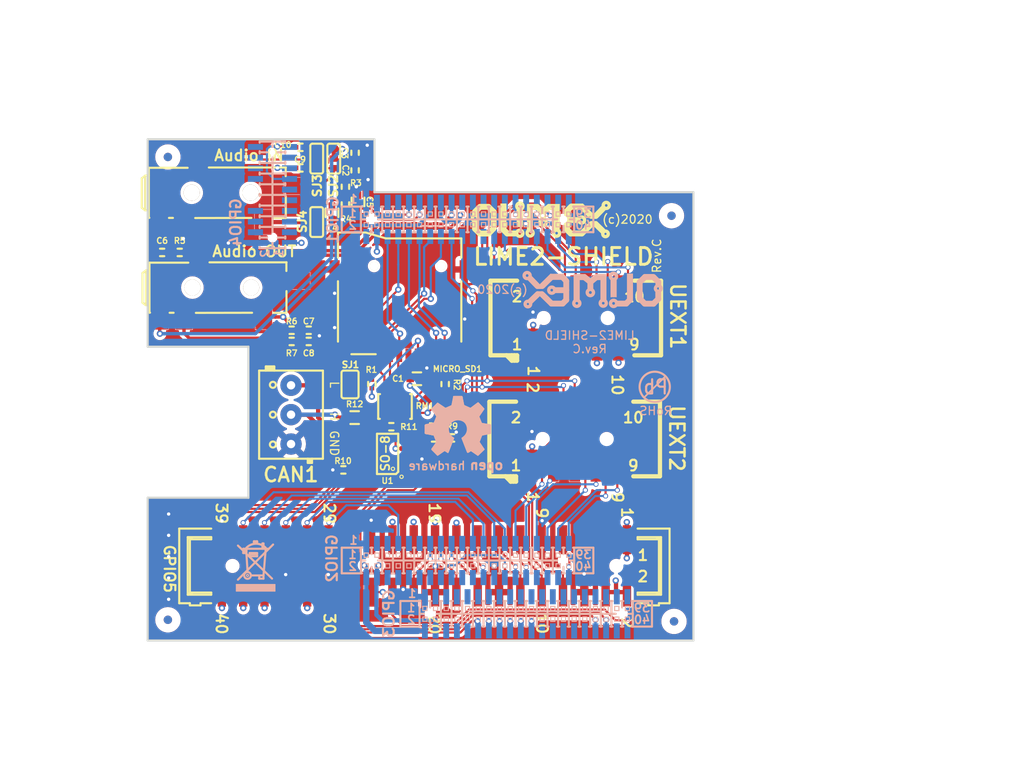
<source format=kicad_pcb>
(kicad_pcb (version 20221018) (generator pcbnew)
  (title_block (rev "D"))
  (layers (0 "F.Cu" mixed) (1 "In1.Cu" mixed) (2 "In2.Cu" mixed) (31 "B.Cu" mixed) (34 "B.Paste" user) (35 "F.Paste" user) (36 "B.SilkS" user "B.Silkscreen") (37 "F.SilkS" user "F.Silkscreen") (38 "B.Mask" user) (39 "F.Mask" user) (44 "Edge.Cuts" user))
  (net 0 "")
  (net 1 "GND")
  (net 2 "Net-(CAN1-Pad2)")
  (net 3 "Net-(CAN1-Pad1)")
  (net 4 "/HPCOM")
  (net 5 "Net-(AUDIO_JACK_5PIN1-Pad4)")
  (net 6 "/HPOUTR")
  (net 7 "/HPOUTL")
  (net 8 "Net-(AUDIO_JACK_5PIN1-Pad1)")
  (net 9 "Net-(AUDIO_JACK_5PIN2-Pad4)")
  (net 10 "Net-(AUDIO_JACK_5PIN2-Pad2)")
  (net 11 "Net-(AUDIO_JACK_5PIN2-Pad1)")
  (net 12 "/+3.3V")
  (net 13 "/MICIN1")
  (net 14 "Net-(C4-Pad1)")
  (net 15 "/VMIC")
  (net 16 "Net-(C6-Pad2)")
  (net 17 "Net-(C7-Pad2)")
  (net 18 "Net-(C8-Pad2)")
  (net 19 "/PG7_UART3RX")
  (net 20 "/VGA-G")
  (net 21 "/PG6_UART3TX")
  (net 22 "/PG5")
  (net 23 "/PG4")
  (net 24 "/PG3")
  (net 25 "/PG2")
  (net 26 "/PG1")
  (net 27 "/LRADC1")
  (net 28 "/PG0")
  (net 29 "/LRADC0")
  (net 30 "/+5V")
  (net 31 "/VGA-B")
  (net 32 "/PG8")
  (net 33 "/VGA-R")
  (net 34 "/PG9")
  (net 35 "/UART0-RX")
  (net 36 "/PG10_UART4TX")
  (net 37 "/UART0-TX")
  (net 38 "/PG11_UART4RX")
  (net 39 "/PB21_TWI2-SDA")
  (net 40 "/PC3_SATA_PWE")
  (net 41 "/PB20_TWI2-SCL")
  (net 42 "/PC18")
  (net 43 "/PB19_TWI1-SDA")
  (net 44 "/PC19_SPI2_CS0")
  (net 45 "/PB18_TWI1-SCL")
  (net 46 "/PC20_SPI2_CLK")
  (net 47 "/PC24")
  (net 48 "/PC21_SPI2_MOSI")
  (net 49 "/SPI0_CS")
  (net 50 "/PC22_SPI2_MISO")
  (net 51 "/PI5")
  (net 52 "/PE7")
  (net 53 "/PI4")
  (net 54 "/PE6")
  (net 55 "/PI3_PWM1")
  (net 56 "/PE5")
  (net 57 "/PI2")
  (net 58 "/PE4")
  (net 59 "/PI1")
  (net 60 "/PE3")
  (net 61 "/PI0")
  (net 62 "/PE2")
  (net 63 "/TWI0-SDA")
  (net 64 "/PE1")
  (net 65 "/TWI0-SCK")
  (net 66 "/PE0")
  (net 67 "/LDO3_2.8V")
  (net 68 "/PE8")
  (net 69 "/PI6")
  (net 70 "/PE9")
  (net 71 "/PI7")
  (net 72 "/PE10")
  (net 73 "/PI8")
  (net 74 "/PE11")
  (net 75 "/PI9")
  (net 76 "/PI21_UART7RX")
  (net 77 "/PI10")
  (net 78 "/PI20_UART7TX")
  (net 79 "/PI11")
  (net 80 "/PI19_SPI1_MISO")
  (net 81 "/PI12")
  (net 82 "/PI18_SPI1_MOSI")
  (net 83 "/PI13")
  (net 84 "/PI17_SPI1_CLK")
  (net 85 "/PI14")
  (net 86 "/PI16_SPI1_CS0")
  (net 87 "/PI15")
  (net 88 "/PH13")
  (net 89 "/PB11")
  (net 90 "/PH12")
  (net 91 "/PB10")
  (net 92 "/PH11")
  (net 93 "/PB9")
  (net 94 "/PH10")
  (net 95 "/PB8_SATA_PWE1")
  (net 96 "/PH9_CANS")
  (net 97 "/PB7")
  (net 98 "/PH7")
  (net 99 "/PB6")
  (net 100 "/PH0")
  (net 101 "/PB5")
  (net 102 "/RESET_N")
  (net 103 "/PB4")
  (net 104 "/PB3")
  (net 105 "/PB12")
  (net 106 "/PH14")
  (net 107 "/PB13")
  (net 108 "/PH15")
  (net 109 "/PB14")
  (net 110 "/PH16")
  (net 111 "/PB15")
  (net 112 "/PH17")
  (net 113 "/PB16")
  (net 114 "/PH18")
  (net 115 "/PB17")
  (net 116 "/PH19")
  (net 117 "/PH24")
  (net 118 "/PH20_CANTX")
  (net 119 "/PH25")
  (net 120 "/PH21_CANRX")
  (net 121 "/PH26")
  (net 122 "/PH22")
  (net 123 "/PH27")
  (net 124 "/PH23")
  (net 125 "/FMINL")
  (net 126 "/PC17_USB_DRV")
  (net 127 "/FNINR")
  (net 128 "/PC16_SDC2_RST")
  (net 129 "/LINEINL")
  (net 130 "/PC7_SDC2_CLK")
  (net 131 "/LINEINR")
  (net 132 "/PA14")
  (net 133 "/TVIN3")
  (net 134 "/TVIN2")
  (net 135 "/TVIN1")
  (net 136 "/MIC1OUTN")
  (net 137 "/TVIN0")
  (net 138 "/MIC1OUTP")
  (net 139 "/TVOUT3")
  (net 140 "/NMI_IN")
  (net 141 "Net-(MICRO_SD1-Pad5)")
  (net 142 "Net-(MICRO_SD1-Pad9)")
  (net 143 "Net-(R8-Pad1)")
  (net 144 "Net-(R11-Pad2)")
  (net 145 "Net-(R12-Pad1)")
  (net 146 "Net-(AUDIO_JACK_5PIN2-Pad3)")
  (net 147 "Net-(C2-Pad2)")
  (net 148 "Net-(SJ2-Pad3)")
  (net 149 "Net-(C9-Pad1)")
  (net 150 "Net-(C10-Pad1)")
  (net 151 "Net-(GPIO1-Pad2)")
  (footprint "OLIMEX_Connectors-FP:PJ-W47S-05D2-LF_5PIN_V2" (layer "F.Cu") (at 100.84 51.26)
    (fp_text reference "AUDIO_JACK_5PIN2" hide)
    (fp_text value "PJ-W47S-05D2-LF_V2")
  )
  (footprint "OLIMEX_RLC-FP:C_0603_5MIL_DWS" (layer "F.Cu") (at 133.6675 70.4215)
    (fp_text reference "C1")
    (fp_text value "10uF")
  )
  (footprint "OLIMEX_RLC-FP:C_0402_5MIL_DWS" (layer "F.Cu") (at 126.3 45.5955 90)
    (fp_text reference "C2")
    (fp_text value "100nF")
  )
  (footprint "OLIMEX_RLC-FP:C_0402_5MIL_DWS" (layer "F.Cu") (at 126.3 43.5 -90)
    (fp_text reference "C3")
    (fp_text value "1nF")
  )
  (footprint "OLIMEX_RLC-FP:C_0603_5MIL_DWS" (layer "F.Cu") (at 123.55 50.65 -90)
    (fp_text reference "C4")
    (fp_text value "10uF")
  )
  (footprint "OLIMEX_RLC-FP:C_0603_5MIL_DWS" (layer "F.Cu") (at 126.65 49.35 90)
    (fp_text reference "C5")
    (fp_text value "10uF")
  )
  (footprint "OLIMEX_RLC-FP:C_0402_5MIL_DWS" (layer "F.Cu") (at 103.3145 55.372)
    (fp_text reference "C6")
    (fp_text value "100nF")
  )
  (footprint "OLIMEX_RLC-FP:C_0402_5MIL_DWS" (layer "F.Cu") (at 120.777 65.9765 180)
    (fp_text reference "C8")
    (fp_text value "100nF")
  )
  (footprint "OLIMEX_Connectors-FP:TB3-3.5mm" (layer "F.Cu") (at 118.67 74.7 -90)
    (fp_text reference "CAN1")
    (fp_text value "CON3")
  )
  (footprint "OLIMEX_Connectors-FP:GBH-254-SMT-40_Shorten_Pads" (layer "F.Cu") (at 134.56 92.72 180)
    (fp_text reference "GPIO5")
    (fp_text value "BH40S")
  )
  (footprint "OLIMEX_Connectors-FP:TFC-WPAPR-08" (layer "F.Cu") (at 131.61 60.63 90)
    (fp_text reference "MICRO_SD1")
    (fp_text value "MICRO_SD(TFC-WPAPR-08)")
  )
  (footprint "OLIMEX_RLC-FP:R_0402_5MIL_DWS" (layer "F.Cu") (at 128.3 71.05 90)
    (fp_text reference "R1")
    (fp_text value "22R")
  )
  (footprint "OLIMEX_RLC-FP:R_0402_5MIL_DWS" (layer "F.Cu") (at 137.033 71.0565 90)
    (fp_text reference "R2")
    (fp_text value "100K")
  )
  (footprint "OLIMEX_RLC-FP:R_0402_5MIL_DWS" (layer "F.Cu") (at 105.41 55.372)
    (fp_text reference "R5")
    (fp_text value "22R")
  )
  (footprint "OLIMEX_RLC-FP:R_0402_5MIL_DWS" (layer "F.Cu") (at 118.745 64.643 180)
    (fp_text reference "R6")
    (fp_text value "22R")
  )
  (footprint "OLIMEX_RLC-FP:R_0402_5MIL_DWS" (layer "F.Cu") (at 118.745 65.9765 180)
    (fp_text reference "R7")
    (fp_text value "22R")
  )
  (footprint "OLIMEX_RLC-FP:R_0402_5MIL_DWS" (layer "F.Cu") (at 135.6995 77.47)
    (fp_text reference "R8")
    (fp_text value "10K")
  )
  (footprint "OLIMEX_RLC-FP:R_0402_5MIL_DWS" (layer "F.Cu") (at 137.8585 77.47)
    (fp_text reference "R9")
    (fp_text value "22K")
  )
  (footprint "OLIMEX_RLC-FP:R_0603_5MIL_DWS" (layer "F.Cu") (at 126.25 75.05 180)
    (fp_text reference "R12")
    (fp_text value "120R")
  )
  (footprint "OLIMEX_RLC-FP:R_MATRIX_4_KICAD" (layer "F.Cu") (at 131.064 73.7235 180)
    (fp_text reference "RM1")
    (fp_text value "RA1206_(4x0603)_100K")
  )
  (footprint "OLIMEX_Jumpers-FP:SJ_Closed" (layer "F.Cu") (at 125.7 71.1 -90)
    (fp_text reference "SJ1")
    (fp_text value "open")
  )
  (footprint "OLIMEX_Connectors-FP:GBH-254-SMT-10_Smaller" (layer "F.Cu") (at 152.5905 63.1825 180)
    (fp_text reference "UEXT1")
    (fp_text value "BH10S")
  )
  (footprint "OLIMEX_Connectors-FP:GBH-254-SMT-10_Smaller" (layer "F.Cu") (at 152.4635 77.597 180)
    (fp_text reference "UEXT2")
    (fp_text value "BH10S")
  )
  (footprint "OLIMEX_Connectors-FP:PJ-W47S-05D2-LF_5PIN_V2" (layer "F.Cu") (at 100.92 62.56)
    (fp_text reference "AUDIO_JACK_5PIN1" hide)
    (fp_text value "PJ-W47S-05D2-LF_V2")
  )
  (footprint "OLIMEX_Jumpers-FP:SJ_2_SMALL_12_TIED" (layer "F.Cu") (at 123.7615 44.196 -90)
    (fp_text reference "SJ2")
    (fp_text value "SJ2W_Closed(1-2)")
  )
  (footprint "OLIMEX_Jumpers-FP:SJ_2_SMALL_12_TIED" (layer "F.Cu") (at 121.7295 51.7525 -90)
    (fp_text reference "SJ4")
    (fp_text value "SJ2W_Closed(1-2)")
  )
  (footprint "OLIMEX_RLC-FP:C_0402_5MIL_DWS" (layer "F.Cu") (at 120.777 64.643 180)
    (fp_text reference "C7")
    (fp_text value "100nF")
  )
  (footprint "OLIMEX_Other-FP:Fiducial1x3_transp" (layer "F.Cu") (at 104 99.14)
    (fp_text reference "Ref*" hide)
    (fp_text value "Val**" hide)
  )
  (footprint "OLIMEX_Other-FP:Fiducial1x3_transp" (layer "F.Cu") (at 164.3 99.33)
    (fp_text reference "Ref*" hide)
    (fp_text value "Val**" hide)
  )
  (footprint "OLIMEX_Other-FP:Fiducial1x3_transp" (layer "F.Cu") (at 164 51)
    (fp_text reference "Ref*" hide)
    (fp_text value "Val**" hide)
  )
  (footprint "OLIMEX_Other-FP:Fiducial1x3_transp" (layer "F.Cu") (at 104 44)
    (fp_text reference "Ref*" hide)
    (fp_text value "Val**" hide)
  )
  (footprint "OLIMEX_Jumpers-FP:SJ_2_SMALL_12_TIED" (layer "F.Cu") (at 121.7295 44.196 -90)
    (fp_text reference "SJ3")
    (fp_text value "SJ2W_Closed(1-2)")
  )
  (footprint "OLIMEX_RLC-FP:C_0402_5MIL_DWS" (layer "F.Cu") (at 119.8 45.3 180)
    (fp_text reference "C9")
    (fp_text value "100nF")
  )
  (footprint "OLIMEX_RLC-FP:C_0402_5MIL_DWS" (layer "F.Cu") (at 119.8 42.85 180)
    (fp_text reference "C10")
    (fp_text value "100nF")
  )
  (footprint "OLIMEX_LOGOs-FP:OLIMEX_LOGO_TB" (layer "F.Cu") (at 148.59 51.435)
    (fp_text reference "" hide)
    (fp_text value "" hide)
  )
  (footprint "OLIMEX_RLC-FP:R_0402_5MIL_DWS" (layer "F.Cu") (at 130.6195 76.1365 180)
    (fp_text reference "R11")
    (fp_text value "n.a.")
  )
  (footprint "OLIMEX_RLC-FP:R_0402_5MIL_DWS" (layer "F.Cu") (at 124.9045 81.28 180)
    (fp_text reference "R10")
    (fp_text value "10K")
  )
  (footprint "OLIMEX_IC-FP:SO-8" (layer "F.Cu") (at 130.175 79.375 90)
    (fp_text reference "U1")
    (fp_text value "SIT1050T")
  )
  (footprint "OLIMEX_Cases-FP:LIME2_PLATFORM_GPIO" (layer "F.Cu") (at 101.6 101.6)
    (fp_text reference "REF**" hide)
    (fp_text value "LIME2_SHIELD")
    (fp_line (start 0 -35) (end 0 -59.7) (stroke (width 0.254)) (layer "Edge.Cuts"))
    (fp_line (start 0 -17) (end 0 0) (stroke (width 0.254)) (layer "Edge.Cuts"))
    (fp_line (start 0 -17) (end 12 -17) (stroke (width 0.254)) (layer "Edge.Cuts"))
    (fp_line (start 0 0) (end 65 0) (stroke (width 0.254)) (layer "Edge.Cuts"))
    (fp_line (start 12 -35) (end 0 -35) (stroke (width 0.254)) (layer "Edge.Cuts"))
    (fp_line (start 12 -17) (end 12 -35) (stroke (width 0.254)) (layer "Edge.Cuts"))
    (fp_line (start 27 -59.7) (end 0 -59.7) (stroke (width 0.254)) (layer "Edge.Cuts"))
    (fp_line (start 27 -53.4) (end 27 -59.7) (stroke (width 0.254)) (layer "Edge.Cuts"))
    (fp_line (start 65 -53.4) (end 27 -53.4) (stroke (width 0.254)) (layer "Edge.Cuts"))
    (fp_line (start 65 0) (end 65 -53.4) (stroke (width 0.254)) (layer "Edge.Cuts"))
  )
  (footprint "OLIMEX_RLC-FP:R_0402_5MIL_DWS" (layer "F.Cu") (at 125.15 47.55 90)
    (fp_text reference "R3")
    (fp_text value "22R")
  )
  (footprint "OLIMEX_RLC-FP:R_0402_5MIL_DWS" (layer "F.Cu") (at 125.15 49.6455 90)
    (fp_text reference "R4")
    (fp_text value "22R")
  )
  (footprint "OLIMEX_Connectors-FP:GPH127SMT-02X20(PA-V16X-2X20-LF)_Drill_0.9mm" (layer "B.Cu") (at 139.7 51.435)
    (fp_text reference "GPIO1")
    (fp_text value "BH40S")
  )
  (footprint "OLIMEX_Connectors-FP:GPH127SMT-02X20(PA-V16X-2X20-LF)_Drill_0.9mm" (layer "B.Cu") (at 139.7 92.075)
    (fp_text reference "GPIO2")
    (fp_text value "BH40S")
  )
  (footprint "OLIMEX_Connectors-FP:GPH127SMT-02X20(PA-V16X-2X20-LF)_Drill_0.9mm" (layer "B.Cu") (at 146.685 98.425)
    (fp_text reference "GPIO3")
    (fp_text value "BH40S")
  )
  (footprint "OLIMEX_Connectors-FP:GPCB127SMT-02X10(YA-V36P-2X10-LF)" (layer "B.Cu") (at 116.46 48.52 90)
    (fp_text reference "GPIO4")
    (fp_text value "BH20S")
  )
  (footprint "OLIMEX_Other-FP:Fiducial1x3_transp" (layer "B.Cu") (at 104 44)
    (fp_text reference "Ref*" hide)
    (fp_text value "Val**" hide)
  )
  (footprint "OLIMEX_Other-FP:Fiducial1x3_transp" (layer "B.Cu") (at 164 51)
    (fp_text reference "Ref*" hide)
    (fp_text value "Val**" hide)
  )
  (footprint "OLIMEX_Other-FP:Fiducial1x3_transp" (layer "B.Cu") (at 164.3 99.33)
    (fp_text reference "Ref*" hide)
    (fp_text value "Val**" hide)
  )
  (footprint "OLIMEX_Other-FP:Fiducial1x3_transp" (layer "B.Cu") (at 104 99.14)
    (fp_text reference "Ref*" hide)
    (fp_text value "Val**" hide)
  )
  (footprint "OLIMEX_LOGOs-FP:OLIMEX_LOGO_TB" (layer "B.Cu") (at 154.432 59.7916 180)
    (fp_text reference "" hide)
    (fp_text value "" hide)
  )
  (footprint "OLIMEX_LOGOs-FP:LOGO_OPENHARDWARE_8x8" (layer "B.Cu") (at 138.557 76.5302 180)
    (fp_text reference "" hide)
    (fp_text value "" hide)
  )
  (footprint "OLIMEX_LOGOs-FP:LOGO_PBFREE" (layer "B.Cu") (at 162.2044 71.0692)
    (fp_text reference "")
    (fp_text value "")
  )
  (footprint "OLIMEX_LOGOs-FP:LOGO_RECYCLEBIN_1" (layer "B.Cu") (at 116.7892 95.758 180)
    (fp_text reference "" hide)
    (fp_text value "" hide)
  )
  (gr_text "LIME2-SHIELD\nRev.C" (at 154.2542 66.0654) (layer "B.SilkS") (effects (font (size 1 1)) (justify mirror)))
  (gr_text "(c)2020" (at 143.8656 59.7916) (layer "B.SilkS") (effects (font (size 1 1)) (justify mirror)))
  (gr_text "RoHS" (at 162.1282 74.2442) (layer "B.SilkS") (effects (font (size 1 1)) (justify mirror)))
  (gr_text "2" (at 158.7 99.5172 270) (layer "F.SilkS") (effects (font (size 1.3 1.3) (thickness 0.25))))
  (gr_text "10" (at 148.5646 99.568 270) (layer "F.SilkS") (effects (font (size 1.3 1.3) (thickness 0.25))))
  (gr_text "9" (at 148.5646 86.4108 270) (layer "F.SilkS") (effects (font (size 1.3 1.3) (thickness 0.25))))
  (gr_text "20" (at 135.763 99.6188 270) (layer "F.SilkS") (effects (font (size 1.3 1.3) (thickness 0.25))))
  (gr_text "19" (at 135.763 86.4616 270) (layer "F.SilkS") (effects (font (size 1.3 1.3) (thickness 0.25))))
  (gr_text "29" (at 123.2408 86.4616 270) (layer "F.SilkS") (effects (font (size 1.3 1.3) (thickness 0.25))))
  (gr_text "30" (at 123.2408 99.6188 270) (layer "F.SilkS") (effects (font (size 1.3 1.3) (thickness 0.25))))
  (gr_text "39" (at 110.3884 86.4616 270) (layer "F.SilkS") (effects (font (size 1.3 1.3) (thickness 0.25))))
  (gr_text "40" (at 110.3884 99.6188 270) (layer "F.SilkS") (effects (font (size 1.3 1.3) (thickness 0.25))))
  (gr_text "Audio OUT" (at 114.3 55.245) (layer "F.SilkS") (effects (font (size 1.3 1.3) (thickness 0.25))))
  (gr_text "1" (at 147.5 84.5 270) (layer "F.SilkS") (effects (font (size 1.3 1.3) (thickness 0.25))))
  (gr_text "1" (at 147.55 69.5 270) (layer "F.SilkS") (effects (font (size 1.3 1.3) (thickness 0.25))))
  (gr_text "2" (at 147.45 71.5 270) (layer "F.SilkS") (effects (font (size 1.3 1.3) (thickness 0.25))))
  (gr_text "9" (at 157.55 84.55 270) (layer "F.SilkS") (effects (font (size 1.3 1.3) (thickness 0.25))))
  (gr_text "10" (at 157.55 71.15 270) (layer "F.SilkS") (effects (font (size 1.3 1.3) (thickness 0.25))))
  (gr_text "LIME2-SHIELD" (at 151.13 55.88) (layer "F.SilkS") (effects (font (size 2 2) (thickness 0.35))))
  (gr_text "1" (at 158.7 86.36 270) (layer "F.SilkS") (effects (font (size 1.3 1.3) (thickness 0.25))))
  (gr_text "Audio IN" (at 113.665 43.815) (layer "F.SilkS") (effects (font (size 1.3 1.3) (thickness 0.25))))
  (gr_text "L" (at 123.825 71.12 270) (layer "F.SilkS") (effects (font (size 1 1))))
  (gr_text "Rev.C" (at 162.2552 55.7784 90) (layer "F.SilkS") (effects (font (size 1 1))))
  (gr_text "(c)2020" (at 158.75 51.435) (layer "F.SilkS") (effects (font (size 1 1))))
  (gr_text "GND" (at 123.825 78.105 270) (layer "F.SilkS") (effects (font (size 1 1))))
  (gr_text "H" (at 123.825 74.93 270) (layer "F.SilkS") (effects (font (size 1 1))))
  (segment (start 123.86 60.2392) (end 123.86 64.3286) (width 0.508) (layer "F.Cu") (net 1))
  (segment (start 139.36 63.3066) (end 139.36 67) (width 0.508) (layer "F.Cu") (net 1))
  (segment (start 127.358 42.992) (end 127.75 42.6) (width 0.254) (layer "F.Cu") (net 1))
  (segment (start 121.285 65.3034) (end 121.285 65.9765) (width 0.4064) (layer "F.Cu") (net 1))
  (segment (start 134.239 80.01) (end 134.2644 79.9846) (width 0.508) (layer "F.Cu") (net 1))
  (segment (start 139.36 57.4) (end 139.36 63.3066) (width 0.508) (layer "F.Cu") (net 1))
  (segment (start 105.84 53.7355) (end 105.84 51.76) (width 0.4064) (layer "F.Cu") (net 1))
  (segment (start 104.0615 54.0385) (end 104.1885 53.9115) (width 0.4064) (layer "F.Cu") (net 1))
  (segment (start 126.65 48.55) (end 126.65 47.75) (width 0.254) (layer "F.Cu") (net 1))
  (segment (start 123.86 57.4) (end 123.86 60.2392) (width 0.508) (layer "F.Cu") (net 1))
  (segment (start 121.285 65.3034) (end 122.047 65.3034) (width 0.254) (layer "F.Cu") (net 1))
  (segment (start 134.874 70.065) (end 134.86 70.051) (width 0.254) (layer "F.Cu") (net 1))
  (segment (start 147.3835 74.422) (end 147.3835 76.6953) (width 0.508) (layer "F.Cu") (net 1))
  (segment (start 123.13 95.845) (end 123.13 93.7676) (width 0.508) (layer "F.Cu") (net 1))
  (segment (start 102.8065 55.268638) (end 104.036638 54.0385) (width 0.4064) (layer "F.Cu") (net 1))
  (segment (start 135.83 92.77) (end 135.8392 92.7608) (width 0.508) (layer "F.Cu") (net 1))
  (segment (start 118.05 93.7676) (end 118.0338 93.7514) (width 0.508) (layer "F.Cu") (net 1))
  (segment (start 153.61 93.6914) (end 153.5938 93.6752) (width 0.508) (layer "F.Cu") (net 1))
  (segment (start 132.775 80.01) (end 134.239 80.01) (width 0.508) (layer "F.Cu") (net 1))
  (segment (start 104.1885 53.9115) (end 105.664 53.9115) (width 0.4064) (layer "F.Cu") (net 1))
  (segment (start 143.45 93.279998) (end 142.875 92.704998) (width 0.508) (layer "F.Cu") (net 1))
  (segment (start 110.43 89.595) (end 110.43 87.3598) (width 0.508) (layer "F.Cu") (net 1))
  (segment (start 138.3665 76.7969) (end 138.3538 76.7842) (width 0.4064) (layer "F.Cu") (net 1))
  (segment (start 134.5175 70.4215) (end 134.874 70.065) (width 0.254) (layer "F.Cu") (net 1))
  (segment (start 123.86 64.3286) (end 124.4286 64.3286) (width 0.508) (layer "F.Cu") (net 1))
  (segment (start 147.3835 76.6953) (end 147.3708 76.708) (width 0.508) (layer "F.Cu") (net 1))
  (segment (start 104.036638 54.0385) (end 104.0615 54.0385) (width 0.4064) (layer "F.Cu") (net 1))
  (segment (start 126.65 47.75) (end 126.45 47.55) (width 0.254) (layer "F.Cu") (net 1))
  (segment (start 123.13 93.7676) (end 123.1138 93.7514) (width 0.508) (layer "F.Cu") (net 1))
  (segment (start 123.55 51.45) (end 124.8 51.45) (width 0.254) (layer "F.Cu") (net 1))
  (segment (start 147.5105 62.4713) (end 147.4978 62.484) (width 0.508) (layer "F.Cu") (net 1))
  (segment (start 128.21 87.2836) (end 128.2192 87.2744) (width 0.508) (layer "F.Cu") (net 1))
  (segment (start 124.4286 64.3286) (end 124.76 64.66) (width 0.508) (layer "F.Cu") (net 1))
  (segment (start 148.53 87.3792) (end 148.584 87.3252) (width 0.508) (layer "F.Cu") (net 1))
  (segment (start 126.3 42.992) (end 127.358 42.992) (width 0.254) (layer "F.Cu") (net 1))
  (segment (start 118.05 95.845) (end 118.05 93.7676) (width 0.508) (layer "F.Cu") (net 1))
  (segment (start 128.21 89.595) (end 128.21 87.2836) (width 0.508) (layer "F.Cu") (net 1))
  (segment (start 134.4675 70.4215) (end 134.5175 70.4215) (width 0.254) (layer "F.Cu") (net 1))
  (segment (start 121.285 64.643) (end 121.285 65.3034) (width 0.4064) (layer "F.Cu") (net 1))
  (segment (start 127.8 42.65) (end 127.75 42.6) (width 0.254) (layer "F.Cu") (net 1))
  (segment (start 134.86 69.1502) (end 134.86 67.63) (width 0.254) (layer "F.Cu") (net 1))
  (segment (start 124.3965 81.28) (end 123.6472 81.28) (width 0.254) (layer "F.Cu") (net 1))
  (segment (start 147.5105 60.0075) (end 147.5105 62.4713) (width 0.508) (layer "F.Cu") (net 1))
  (segment (start 102.8065 55.372) (end 102.8065 55.268638) (width 0.4064) (layer "F.Cu") (net 1))
  (segment (start 143.45 95.845) (end 143.45 93.279998) (width 0.508) (layer "F.Cu") (net 1))
  (segment (start 134.86 69.1502) (end 134.8486 69.1388) (width 0.254) (layer "F.Cu") (net 1))
  (segment (start 138.3665 77.47) (end 138.3665 76.7969) (width 0.4064) (layer "F.Cu") (net 1))
  (segment (start 148.53 89.595) (end 148.53 87.3792) (width 0.508) (layer "F.Cu") (net 1))
  (segment (start 135.83 95.845) (end 135.83 92.77) (width 0.508) (layer "F.Cu") (net 1))
  (segment (start 105.664 53.9115) (end 105.84 53.7355) (width 0.254) (layer "F.Cu") (net 1))
  (segment (start 153.61 95.845) (end 153.61 93.6914) (width 0.508) (layer "F.Cu") (net 1))
  (segment (start 110.43 87.3598) (end 110.4392 87.3506) (width 0.508) (layer "F.Cu") (net 1))
  (segment (start 124.76 64.66) (end 124.76 67) (width 0.508) (layer "F.Cu") (net 1))
  (segment (start 134.86 70.051) (end 134.86 69.1502) (width 0.254) (layer "F.Cu") (net 1))
  (via (at 104.0892 89.0778) (size 0.75) (drill 0.4) (layers "F.Cu" "B.Cu") (net 1))
  (via (at 104.0892 91.6178) (size 0.75) (drill 0.4) (layers "F.Cu" "B.Cu") (net 1))
  (via (at 104.0892 94.1578) (size 0.75) (drill 0.4) (layers "F.Cu" "B.Cu") (net 1))
  (via (at 104.0892 96.6978) (size 0.75) (drill 0.4) (layers "F.Cu" "B.Cu") (net 1))
  (via (at 126.45 47.55) (size 0.75) (drill 0.4) (layers "F.Cu" "B.Cu") (net 1))
  (via (at 124.8 51.45) (size 0.75) (drill 0.4) (layers "F.Cu" "B.Cu") (net 1))
  (via (at 146.65 51.95) (size 0.75) (drill 0.4) (layers "F.Cu" "B.Cu") (net 1))
  (via (at 135.8392 92.7608) (size 0.75) (drill 0.4) (layers "F.Cu" "B.Cu") (net 1))
  (via (at 134.8486 69.1388) (size 0.75) (drill 0.4) (layers "F.Cu" "B.Cu") (net 1))
  (via (at 153.5938 93.6752) (size 0.75) (drill 0.4) (layers "F.Cu" "B.Cu") (net 1))
  (via (at 147.4978 62.484) (size 0.75) (drill 0.4) (layers "F.Cu" "B.Cu") (net 1))
  (via (at 127.75 42.6) (size 0.75) (drill 0.4) (layers "F.Cu" "B.Cu") (net 1))
  (via (at 134.2644 79.9846) (size 0.75) (drill 0.4) (layers "F.Cu" "B.Cu") (net 1))
  (via (at 127.85 46.7) (size 0.75) (drill 0.4) (layers "F.Cu" "B.Cu") (net 1))
  (via (at 110.4392 87.3506) (size 0.75) (drill 0.4) (layers "F.Cu" "B.Cu") (net 1))
  (via (at 138.3538 76.7842) (size 0.75) (drill 0.4) (layers "F.Cu" "B.Cu") (net 1))
  (via (at 105.84 53.7355) (size 0.75) (drill 0.4) (layers "F.Cu" "B.Cu") (net 1))
  (via (at 139.36 63.3066) (size 0.75) (drill 0.4) (layers "F.Cu" "B.Cu") (net 1))
  (via (at 123.86 60.2392) (size 0.75) (drill 0.4) (layers "F.Cu" "B.Cu") (net 1))
  (via (at 142.875 92.704998) (size 0.75) (drill 0.4) (layers "F.Cu" "B.Cu") (net 1))
  (via (at 122.047 65.3034) (size 0.75) (drill 0.4) (layers "F.Cu" "B.Cu") (net 1))
  (via (at 147.3708 76.708) (size 0.75) (drill 0.4) (layers "F.Cu" "B.Cu") (net 1))
  (via (at 132.0292 95.5294) (size 0.75) (drill 0.4) (layers "F.Cu" "B.Cu") (net 1))
  (via (at 148.584 87.3252) (size 0.75) (drill 0.4) (layers "F.Cu" "B.Cu") (net 1))
  (via (at 118.0338 93.7514) (size 0.75) (drill 0.4) (layers "F.Cu" "B.Cu") (net 1))
  (via (at 128.2192 87.2744) (size 0.75) (drill 0.4) (layers "F.Cu" "B.Cu") (net 1))
  (via (at 123.86 64.3286) (size 0.75) (drill 0.4) (layers "F.Cu" "B.Cu") (net 1))
  (via (at 123.1138 93.7514) (size 0.75) (drill 0.4) (layers "F.Cu" "B.Cu") (net 1))
  (via (at 104.0892 86.5378) (size 0.75) (drill 0.4) (layers "F.Cu" "B.Cu") (net 1))
  (via (at 123.6472 81.28) (size 0.75) (drill 0.4) (layers "F.Cu" "B.Cu") (net 1))
  (via (at 111.2012 54.2544) (size 0.75) (drill 0.4) (layers "F.Cu" "B.Cu") (net 1))
  (segment (start 128.2192 49.403) (end 128.27 49.3522) (width 0.254) (layer "B.Cu") (net 1))
  (segment (start 114.428 54.235) (end 111.2206 54.235) (width 0.508) (layer "B.Cu") (net 1))
  (segment (start 127.635 49.403) (end 128.2192 49.403) (width 0.4064) (layer "B.Cu") (net 1))
  (segment (start 132.8928 96.393) (end 132.0292 95.5294) (width 0.508) (layer "B.Cu") (net 1))
  (segment (start 134.62 96.393) (end 132.8928 96.393) (width 0.508) (layer "B.Cu") (net 1))
  (segment (start 111.2206 54.235) (end 111.2012 54.2544) (width 0.508) (layer "B.Cu") (net 1))
  (segment (start 128.2192 49.403) (end 128.905 49.403) (width 0.4064) (layer "B.Cu") (net 1))
  (segment (start 127.635 87.8586) (end 127.635 90.043) (width 0.508) (layer "B.Cu") (net 1))
  (segment (start 128.2192 87.2744) (end 127.635 87.8586) (width 0.508) (layer "B.Cu") (net 1))
  (segment (start 124.25 75.05) (end 123.9 74.7) (width 0.508) (layer "F.Cu") (net 2))
  (segment (start 125.361 75.05) (end 124.25 75.05) (width 0.508) (layer "F.Cu") (net 2))
  (segment (start 125.91 80.01) (end 120.6 74.7) (width 0.508) (layer "F.Cu") (net 2))
  (segment (start 120.6 74.7) (end 118.67 74.7) (width 0.508) (layer "F.Cu") (net 2))
  (segment (start 127.575 80.01) (end 125.91 80.01) (width 0.508) (layer "F.Cu") (net 2))
  (via (at 123.9 74.7) (size 0.75) (drill 0.4) (layers "F.Cu" "B.Cu") (net 2))
  (segment (start 123.9 74.7) (end 123.36967 74.7) (width 0.508) (layer "B.Cu") (net 2))
  (segment (start 123.36967 74.7) (end 118.67 74.7) (width 0.508) (layer "B.Cu") (net 2))
  (segment (start 121.9 75.037) (end 125.603 78.74) (width 0.508) (layer "F.Cu") (net 3))
  (segment (start 121.9 72.1) (end 121.9 75.037) (width 0.508) (layer "F.Cu") (net 3))
  (segment (start 121.862 70.338) (end 121 71.2) (width 0.508) (layer "F.Cu") (net 3))
  (segment (start 125.7 70.338) (end 121.862 70.338) (width 0.508) (layer "F.Cu") (net 3))
  (segment (start 118.717 71.247) (end 118.67 71.2) (width 0.508) (layer "F.Cu") (net 3))
  (segment (start 121 71.2) (end 121.9 72.1) (width 0.508) (layer "F.Cu") (net 3))
  (segment (start 118.67 71.2) (end 121 71.2) (width 0.508) (layer "F.Cu") (net 3))
  (segment (start 125.603 78.74) (end 127.575 78.74) (width 0.508) (layer "F.Cu") (net 3))
  (segment (start 118.717 71.247) (end 118.67 71.2) (width 0.508) (layer "B.Cu") (net 3))
  (segment (start 117.2041 65.6) (end 117.5806 65.9765) (width 0.4064) (layer "F.Cu") (net 4))
  (segment (start 137.85 52.25) (end 138.811 51.45733) (width 0.4064) (layer "F.Cu") (net 4))
  (segment (start 105.92 63.06) (end 107.2978 63.06) (width 0.4064) (layer "F.Cu") (net 4))
  (segment (start 138.811 51.45733) (end 138.811 50.927) (width 0.4064) (layer "F.Cu") (net 4))
  (segment (start 105.92 63.06) (end 105.92 64.9664) (width 0.4064) (layer "F.Cu") (net 4))
  (segment (start 129.421234 52.483121) (end 137.616879 52.483121) (width 0.4064) (layer "F.Cu") (net 4))
  (segment (start 107.2978 63.06) (end 114.426989 55.930811) (width 0.4064) (layer "F.Cu") (net 4))
  (segment (start 126.204355 55.7) (end 129.421234 52.483121) (width 0.4064) (layer "F.Cu") (net 4))
  (segment (start 114.65 55.7) (end 126.204355 55.7) (width 0.4064) (layer "F.Cu") (net 4))
  (segment (start 105.92 64.9664) (end 106.5536 65.6) (width 0.4064) (layer "F.Cu") (net 4))
  (segment (start 117.5806 65.9765) (end 118.237 65.9765) (width 0.4064) (layer "F.Cu") (net 4))
  (segment (start 114.426989 55.923011) (end 114.65 55.7) (width 0.4064) (layer "F.Cu") (net 4))
  (segment (start 137.616879 52.483121) (end 137.85 52.25) (width 0.4064) (layer "F.Cu") (net 4))
  (segment (start 106.5536 65.6) (end 117.2041 65.6) (width 0.4064) (layer "F.Cu") (net 4))
  (segment (start 114.426989 55.930811) (end 114.426989 55.923011) (width 0.4064) (layer "F.Cu") (net 4))
  (via (at 138.811 50.927) (size 0.75) (drill 0.4) (layers "F.Cu" "B.Cu") (net 4))
  (segment (start 138.811 50.927) (end 138.811 51.45733) (width 0.4064) (layer "B.Cu") (net 4))
  (segment (start 137.0076 51.7398) (end 136.525 51.2572) (width 0.4064) (layer "B.Cu") (net 4))
  (segment (start 138.811 51.45733) (end 138.52853 51.7398) (width 0.4064) (layer "B.Cu") (net 4))
  (segment (start 138.52853 51.7398) (end 137.0076 51.7398) (width 0.4064) (layer "B.Cu") (net 4))
  (segment (start 136.525 51.2572) (end 136.525 49.403) (width 0.4064) (layer "B.Cu") (net 4))
  (segment (start 137.420001 51.301999) (end 137.795 50.927) (width 0.4064) (layer "F.Cu") (net 6))
  (segment (start 113.14 56.36) (end 114.333411 55.166589) (width 0.4064) (layer "F.Cu") (net 6))
  (segment (start 125.983409 55.166589) (end 129.200288 51.94971) (width 0.4064) (layer "F.Cu") (net 6))
  (segment (start 106.732 55.372) (end 107.72 56.36) (width 0.4064) (layer "F.Cu") (net 6))
  (segment (start 107.72 56.36) (end 113.14 56.36) (width 0.4064) (layer "F.Cu") (net 6))
  (segment (start 105.918 55.372) (end 106.732 55.372) (width 0.4064) (layer "F.Cu") (net 6))
  (segment (start 136.77229 51.94971) (end 137.420001 51.301999) (width 0.4064) (layer "F.Cu") (net 6))
  (segment (start 114.333411 55.166589) (end 125.983409 55.166589) (width 0.4064) (layer "F.Cu") (net 6))
  (segment (start 129.200288 51.94971) (end 136.77229 51.94971) (width 0.4064) (layer "F.Cu") (net 6))
  (via (at 137.795 50.927) (size 0.75) (drill 0.4) (layers "F.Cu" "B.Cu") (net 6))
  (segment (start 137.795 50.927) (end 137.795 49.403) (width 0.4064) (layer "B.Cu") (net 6))
  (segment (start 116.8309 63.0555) (end 117.729 63.0555) (width 0.4064) (layer "F.Cu") (net 7))
  (segment (start 115.42 63.06) (end 116.8264 63.06) (width 0.4064) (layer "F.Cu") (net 7))
  (segment (start 118.237 63.5635) (end 118.237 64.643) (width 0.4064) (layer "F.Cu") (net 7))
  (segment (start 117.729 63.0555) (end 118.237 63.5635) (width 0.4064) (layer "F.Cu") (net 7))
  (segment (start 116.8264 63.06) (end 116.8309 63.0555) (width 0.4064) (layer "F.Cu") (net 7))
  (via (at 117.729 63.0555) (size 0.75) (drill 0.4) (layers "F.Cu" "B.Cu") (net 7))
  (segment (start 124.04091 56.36259) (end 117.729 62.6745) (width 0.4064) (layer "B.Cu") (net 7))
  (segment (start 135.255 49.403) (end 135.255 50.7094) (width 0.4064) (layer "B.Cu") (net 7))
  (segment (start 133.8309 52.1335) (end 128.726198 52.1335) (width 0.4064) (layer "B.Cu") (net 7))
  (segment (start 127.895503 52.215201) (end 127.813802 52.1335) (width 0.4064) (layer "B.Cu") (net 7))
  (segment (start 127.813802 52.1335) (end 125.984 52.1335) (width 0.4064) (layer "B.Cu") (net 7))
  (segment (start 124.04091 54.07659) (end 124.04091 56.36259) (width 0.4064) (layer "B.Cu") (net 7))
  (segment (start 125.984 52.1335) (end 124.04091 54.07659) (width 0.4064) (layer "B.Cu") (net 7))
  (segment (start 117.729 62.6745) (end 117.729 63.0555) (width 0.4064) (layer "B.Cu") (net 7))
  (segment (start 128.726198 52.1335) (end 128.644497 52.215201) (width 0.4064) (layer "B.Cu") (net 7))
  (segment (start 135.255 50.7094) (end 133.8309 52.1335) (width 0.4064) (layer "B.Cu") (net 7))
  (segment (start 128.644497 52.215201) (end 127.895503 52.215201) (width 0.4064) (layer "B.Cu") (net 7))
  (segment (start 124.144697 43.053) (end 124.003487 42.91179) (width 0.4064) (layer "F.Cu") (net 8))
  (segment (start 124.7775 43.053) (end 124.144697 43.053) (width 0.4064) (layer "F.Cu") (net 8))
  (segment (start 103.02 65.02) (end 103.05 65.05) (width 0.4064) (layer "F.Cu") (net 8))
  (segment (start 124.003487 42.91179) (end 123.7615 42.91179) (width 0.4064) (layer "F.Cu") (net 8))
  (segment (start 103.02 63.06) (end 103.02 65.02) (width 0.4064) (layer "F.Cu") (net 8))
  (via (at 124.7775 43.053) (size 0.75) (drill 0.4) (layers "F.Cu" "B.Cu") (net 8))
  (via (at 103.05 65.05) (size 0.75) (drill 0.4) (layers "F.Cu" "B.Cu") (net 8))
  (segment (start 114.422592 65.05) (end 103.58033 65.05) (width 0.4064) (layer "B.Cu") (net 8))
  (segment (start 124.7775 43.053) (end 123.5075 44.323) (width 0.4064) (layer "B.Cu") (net 8))
  (segment (start 123.5075 44.323) (end 123.5075 55.965092) (width 0.4064) (layer "B.Cu") (net 8))
  (segment (start 123.5075 55.965092) (end 114.422592 65.05) (width 0.4064) (layer "B.Cu") (net 8))
  (segment (start 103.58033 65.05) (end 103.05 65.05) (width 0.4064) (layer "B.Cu") (net 8))
  (segment (start 121.19 51.76) (end 121.2 51.75) (width 0.508) (layer "F.Cu") (net 10))
  (segment (start 121.418566 51.76) (end 121.519076 51.86051) (width 0.254) (layer "F.Cu") (net 10))
  (segment (start 121.2 51.75) (end 121.418566 51.76) (width 0.254) (layer "F.Cu") (net 10))
  (segment (start 115.34 51.76) (end 121.19 51.76) (width 0.508) (layer "F.Cu") (net 10))
  (segment (start 121.519076 51.86051) (end 121.7295 51.86051) (width 0.254) (layer "F.Cu") (net 10))
  (segment (start 158.69 91.7838) (end 158.6738 91.8) (width 0.508) (layer "F.Cu") (net 12))
  (segment (start 132.66 69.2235) (end 132.66 67.63) (width 0.254) (layer "F.Cu") (net 12))
  (segment (start 147.3835 80.772) (end 147.3835 78.4987) (width 0.508) (layer "F.Cu") (net 12))
  (segment (start 137.033 72.39) (end 137.033 72.0685) (width 0.254) (layer "F.Cu") (net 12))
  (segment (start 130.683 74.4855) (end 131.445 74.4855) (width 0.254) (layer "F.Cu") (net 12))
  (segment (start 147.5105 66.3575) (end 147.5105 64.0207) (width 0.508) (layer "F.Cu") (net 12))
  (segment (start 138.37 87.5884) (end 138.3792 87.5792) (width 0.508) (layer "F.Cu") (net 12))
  (segment (start 134.9375 74.4855) (end 137.033 72.39) (width 0.254) (layer "F.Cu") (net 12))
  (segment (start 158.69 89.595) (end 158.69 87.5192) (width 0.508) (layer "F.Cu") (net 12))
  (segment (start 158.69 89.595) (end 158.69 91.7838) (width 0.508) (layer "F.Cu") (net 12))
  (segment (start 138.37 89.595) (end 138.37 87.5884) (width 0.508) (layer "F.Cu") (net 12))
  (segment (start 147.3835 78.4987) (end 147.3962 78.486) (width 0.508) (layer "F.Cu") (net 12))
  (segment (start 131.445 74.4855) (end 132.334 74.4855) (width 0.254) (layer "F.Cu") (net 12))
  (segment (start 132.8675 70.4215) (end 132.8675 71.2215) (width 0.254) (layer "F.Cu") (net 12))
  (segment (start 132.334 74.4855) (end 134.9375 74.4855) (width 0.254) (layer "F.Cu") (net 12))
  (segment (start 132.8675 71.2215) (end 132.842 71.247) (width 0.254) (layer "F.Cu") (net 12))
  (segment (start 147.5105 64.0207) (end 147.5232 64.008) (width 0.508) (layer "F.Cu") (net 12))
  (segment (start 137.033 72.0685) (end 137.033 71.5645) (width 0.254) (layer "F.Cu") (net 12))
  (segment (start 129.794 74.4855) (end 130.683 74.4855) (width 0.254) (layer "F.Cu") (net 12))
  (segment (start 132.8675 70.4215) (end 132.8675 69.431) (width 0.254) (layer "F.Cu") (net 12))
  (segment (start 132.8675 69.431) (end 132.66 69.2235) (width 0.254) (layer "F.Cu") (net 12))
  (segment (start 158.69 87.5192) (end 158.6738 87.503) (width 0.508) (layer "F.Cu") (net 12))
  (via (at 158.6738 91.8) (size 0.75) (drill 0.4) (layers "F.Cu" "B.Cu") (net 12))
  (via (at 147.5232 64.008) (size 0.75) (drill 0.4) (layers "F.Cu" "B.Cu") (net 12))
  (via (at 158.6738 87.503) (size 0.75) (drill 0.4) (layers "F.Cu" "B.Cu") (net 12))
  (via (at 138.3792 87.5792) (size 0.75) (drill 0.4) (layers "F.Cu" "B.Cu") (net 12))
  (via (at 119.9134 54.229) (size 0.75) (drill 0.4) (layers "F.Cu" "B.Cu") (net 12))
  (via (at 129.1082 92.6592) (size 0.75) (drill 0.4) (layers "F.Cu" "B.Cu") (net 12))
  (via (at 132.842 71.247) (size 0.75) (drill 0.4) (layers "F.Cu" "B.Cu") (net 12))
  (via (at 134.9375 74.4855) (size 0.75) (drill 0.4) (layers "F.Cu" "B.Cu") (net 12))
  (via (at 147.3962 78.486) (size 0.75) (drill 0.4) (layers "F.Cu" "B.Cu") (net 12))
  (via (at 128.905 55.2704) (size 0.75) (drill 0.4) (layers "F.Cu" "B.Cu") (net 12))
  (segment (start 128.905 94.107) (end 128.905 92.8624) (width 0.508) (layer "B.Cu") (net 12))
  (segment (start 119.9074 54.235) (end 119.9134 54.229) (width 0.254) (layer "B.Cu") (net 12))
  (segment (start 128.8415 98.552) (end 129.4765 99.187) (width 0.508) (layer "B.Cu") (net 12))
  (segment (start 135.871799 99.205201) (end 129.494701 99.205201) (width 0.4064) (layer "B.Cu") (net 12))
  (segment (start 128.905 92.8624) (end 129.1082 92.6592) (width 0.508) (layer "B.Cu") (net 12))
  (segment (start 129.494701 99.205201) (end 129.4765 99.187) (width 0.4064) (layer "B.Cu") (net 12))
  (segment (start 128.8415 98.552) (end 128.8415 94.1705) (width 0.508) (layer "B.Cu") (net 12))
  (segment (start 118.492 54.235) (end 119.9074 54.235) (width 0.254) (layer "B.Cu") (net 12))
  (segment (start 135.89 99.187) (end 135.871799 99.205201) (width 0.4064) (layer "B.Cu") (net 12))
  (segment (start 129.494701 99.205201) (end 133.204799 99.205201) (width 0.508) (layer "B.Cu") (net 12))
  (segment (start 128.8415 94.1705) (end 128.905 94.107) (width 0.508) (layer "B.Cu") (net 12))
  (segment (start 132.842 71.247) (end 134.9375 73.3425) (width 0.254) (layer "B.Cu") (net 12))
  (segment (start 134.9375 73.3425) (end 134.9375 74.4855) (width 0.254) (layer "B.Cu") (net 12))
  (segment (start 135.89 100.457) (end 135.89 99.187) (width 0.508) (layer "B.Cu") (net 12))
  (segment (start 128.905 53.467) (end 128.905 55.2704) (width 0.4064) (layer "B.Cu") (net 12))
  (segment (start 132.715 50.8635) (end 129.4135 50.8635) (width 0.254) (layer "F.Cu") (net 13))
  (segment (start 126.4425 46.75) (end 126.3 46.6075) (width 0.254) (layer "F.Cu") (net 13))
  (segment (start 127.3 47.892798) (end 127.3 47.4) (width 0.254) (layer "F.Cu") (net 13))
  (segment (start 129.4135 50.8635) (end 127.304001 48.754001) (width 0.254) (layer "F.Cu") (net 13))
  (segment (start 126.65 46.75) (end 126.4425 46.75) (width 0.254) (layer "F.Cu") (net 13))
  (segment (start 127.304001 48.754001) (end 127.304001 47.896799) (width 0.254) (layer "F.Cu") (net 13))
  (segment (start 126.3 46.6075) (end 126.3 46.1035) (width 0.254) (layer "F.Cu") (net 13))
  (segment (start 127.304001 47.896799) (end 127.3 47.892798) (width 0.254) (layer "F.Cu") (net 13))
  (segment (start 127.3 47.4) (end 126.65 46.75) (width 0.254) (layer "F.Cu") (net 13))
  (segment (start 132.715 50.8635) (end 132.715 50.632277) (width 0.254) (layer "F.Cu") (net 13))
  (via (at 132.715 50.8635) (size 0.75) (drill 0.4) (layers "F.Cu" "B.Cu") (net 13))
  (segment (start 132.715 49.403) (end 132.715 50.8635) (width 0.254) (layer "B.Cu") (net 13))
  (segment (start 123.55 49.3) (end 123.7125 49.1375) (width 0.254) (layer "F.Cu") (net 14))
  (segment (start 125.15 49.1375) (end 125.15 48.058) (width 0.254) (layer "F.Cu") (net 14))
  (segment (start 123.7125 49.1375) (end 125.15 49.1375) (width 0.254) (layer "F.Cu") (net 14))
  (segment (start 123.55 49.85) (end 123.55 49.3) (width 0.254) (layer "F.Cu") (net 14))
  (segment (start 125.15 50.1535) (end 126.6465 50.1535) (width 0.254) (layer "F.Cu") (net 15))
  (segment (start 133.985 50.8635) (end 133.355999 51.492501) (width 0.254) (layer "F.Cu") (net 15))
  (segment (start 133.985 50.8635) (end 133.731 50.8635) (width 0.254) (layer "F.Cu") (net 15))
  (segment (start 127.304 50.15) (end 126.65 50.15) (width 0.254) (layer "F.Cu") (net 15))
  (segment (start 133.355999 51.492501) (end 129.503671 51.492501) (width 0.254) (layer "F.Cu") (net 15))
  (segment (start 128.16117 50.15) (end 127.304 50.15) (width 0.254) (layer "F.Cu") (net 15))
  (segment (start 129.503671 51.492501) (end 128.16117 50.15) (width 0.254) (layer "F.Cu") (net 15))
  (segment (start 126.6465 50.1535) (end 126.65 50.15) (width 0.254) (layer "F.Cu") (net 15))
  (via (at 133.985 50.8635) (size 0.75) (drill 0.4) (layers "F.Cu" "B.Cu") (net 15))
  (segment (start 133.985 49.403) (end 133.985 50.8635) (width 0.254) (layer "B.Cu") (net 15))
  (segment (start 103.8225 55.372) (end 104.902 55.372) (width 0.4064) (layer "F.Cu") (net 16))
  (segment (start 119.253 64.643) (end 120.269 64.643) (width 0.4064) (layer "F.Cu") (net 17))
  (segment (start 119.253 65.9765) (end 120.269 65.9765) (width 0.4064) (layer "F.Cu") (net 18))
  (segment (start 149 93.4) (end 150.75 93.4) (width 0.254) (layer "F.Cu") (net 19))
  (segment (start 140.335 59.944) (end 140.8 60.409) (width 0.254) (layer "F.Cu") (net 19))
  (segment (start 147.4 84.85) (end 147.4 91.8) (width 0.254) (layer "F.Cu") (net 19))
  (segment (start 147.4 91.8) (end 149 93.4) (width 0.254) (layer "F.Cu") (net 19))
  (segment (start 151.07 93.72) (end 151.07 95.845) (width 0.254) (layer "F.Cu") (net 19))
  (segment (start 140.8 60.409) (end 140.8 78.25) (width 0.254) (layer "F.Cu") (net 19))
  (segment (start 150.75 93.4) (end 151.07 93.72) (width 0.254) (layer "F.Cu") (net 19))
  (segment (start 140.8 78.25) (end 147.4 84.85) (width 0.254) (layer "F.Cu") (net 19))
  (via (at 140.335 59.944) (size 0.6) (drill 0.4) (layers "F.Cu" "B.Cu") (net 19))
  (segment (start 140.335 59.944) (end 139.065 58.674) (width 0.254) (layer "B.Cu") (net 19))
  (segment (start 139.065 58.674) (end 139.065 53.467) (width 0.254) (layer "B.Cu") (net 19))
  (segment (start 140.241737 61.291001) (end 140.241737 60.866737) (width 0.254) (layer "F.Cu") (net 21))
  (segment (start 148.53 93.866) (end 147.018989 92.354989) (width 0.254) (layer "F.Cu") (net 21))
  (segment (start 147.018989 92.354989) (end 147.018989 85.106489) (width 0.254) (layer "F.Cu") (net 21))
  (segment (start 140.241737 78.329237) (end 140.241737 61.291001) (width 0.254) (layer "F.Cu") (net 21))
  (segment (start 147.018989 85.106489) (end 140.241737 78.329237) (width 0.254) (layer "F.Cu") (net 21))
  (segment (start 148.53 95.845) (end 148.53 93.866) (width 0.254) (layer "F.Cu") (net 21))
  (via (at 140.241737 60.866737) (size 0.6) (drill 0.4) (layers "F.Cu" "B.Cu") (net 21))
  (segment (start 137.795 58.42) (end 140.241737 60.866737) (width 0.254) (layer "B.Cu") (net 21))
  (segment (start 137.795 53.467) (end 137.795 58.42) (width 0.254) (layer "B.Cu") (net 21))
  (segment (start 130.46 66.576) (end 130.46 67.63) (width 0.254) (layer "F.Cu") (net 22))
  (segment (start 130.683 70.2945) (end 130.46 70.0715) (width 0.254) (layer "F.Cu") (net 22))
  (segment (start 130.683 72.9615) (end 130.683 70.2945) (width 0.254) (layer "F.Cu") (net 22))
  (segment (start 135.3185 60.8965) (end 134.5311 60.8965) (width 0.254) (layer "F.Cu") (net 22))
  (segment (start 130.46 64.9676) (end 130.46 66.576) (width 0.254) (layer "F.Cu") (net 22))
  (segment (start 134.5311 60.8965) (end 130.46 64.9676) (width 0.254) (layer "F.Cu") (net 22))
  (segment (start 130.46 70.0715) (end 130.46 67.63) (width 0.254) (layer "F.Cu") (net 22))
  (via (at 135.3185 60.8965) (size 0.75) (drill 0.4) (layers "F.Cu" "B.Cu") (net 22))
  (segment (start 136.525 53.467) (end 136.525 55.919878) (width 0.254) (layer "B.Cu") (net 22))
  (segment (start 135.3185 57.126378) (end 135.3185 60.8965) (width 0.254) (layer "B.Cu") (net 22))
  (segment (start 136.525 55.919878) (end 135.3185 57.126378) (width 0.254) (layer "B.Cu") (net 22))
  (segment (start 129.36 69.67) (end 129.36 67.63) (width 0.254) (layer "F.Cu") (net 23))
  (segment (start 129.36 67.63) (end 129.36 65.434777) (width 0.254) (layer "F.Cu") (net 23))
  (segment (start 129.794 72.9615) (end 129.794 70.104) (width 0.254) (layer "F.Cu") (net 23))
  (segment (start 134.152277 60.6425) (end 134.527276 60.267501) (width 0.254) (layer "F.Cu") (net 23))
  (segment (start 129.36 65.434777) (end 134.152277 60.6425) (width 0.254) (layer "F.Cu") (net 23))
  (segment (start 129.794 70.104) (end 129.36 69.67) (width 0.254) (layer "F.Cu") (net 23))
  (via (at 134.527276 60.267501) (size 0.75) (drill 0.4) (layers "F.Cu" "B.Cu") (net 23))
  (segment (start 135.255 53.467) (end 135.255 54.017) (width 0.254) (layer "B.Cu") (net 23))
  (segment (start 134.527276 59.737171) (end 134.527276 60.267501) (width 0.254) (layer "B.Cu") (net 23))
  (segment (start 135.255 54.017) (end 134.527276 54.744724) (width 0.254) (layer "B.Cu") (net 23))
  (segment (start 134.527276 54.744724) (end 134.527276 59.737171) (width 0.254) (layer "B.Cu") (net 23))
  (segment (start 137.033 70.0445) (end 137.033 70.5485) (width 0.254) (layer "F.Cu") (net 24))
  (segment (start 137.033 68.711) (end 137.033 70.0445) (width 0.254) (layer "F.Cu") (net 24))
  (segment (start 136.9695 67.5395) (end 137.06 67.63) (width 0.254) (layer "F.Cu") (net 24))
  (segment (start 137.06 68.684) (end 137.033 68.711) (width 0.254) (layer "F.Cu") (net 24))
  (segment (start 137.06 67.63) (end 137.06 68.684) (width 0.254) (layer "F.Cu") (net 24))
  (segment (start 136.9695 64.9605) (end 136.9695 67.5395) (width 0.254) (layer "F.Cu") (net 24))
  (via (at 136.9695 64.9605) (size 0.75) (drill 0.4) (layers "F.Cu" "B.Cu") (net 24))
  (segment (start 136.594501 64.585501) (end 136.9695 64.9605) (width 0.254) (layer "B.Cu") (net 24))
  (segment (start 133.985 53.467) (end 133.985 59.878855) (width 0.254) (layer "B.Cu") (net 24))
  (segment (start 133.898275 59.96558) (end 133.898275 61.889275) (width 0.254) (layer "B.Cu") (net 24))
  (segment (start 133.985 59.878855) (end 133.898275 59.96558) (width 0.254) (layer "B.Cu") (net 24))
  (segment (start 133.898275 61.889275) (end 136.594501 64.585501) (width 0.254) (layer "B.Cu") (net 24))
  (segment (start 135.96 70.236202) (end 133.234702 72.9615) (width 0.254) (layer "F.Cu") (net 25))
  (segment (start 135.96 67.63) (end 135.96 70.236202) (width 0.254) (layer "F.Cu") (net 25))
  (segment (start 135.9535 64.9605) (end 135.9535 67.6235) (width 0.254) (layer "F.Cu") (net 25))
  (segment (start 133.234702 72.9615) (end 132.969 72.9615) (width 0.254) (layer "F.Cu") (net 25))
  (segment (start 135.9535 67.6235) (end 135.96 67.63) (width 0.254) (layer "F.Cu") (net 25))
  (segment (start 132.969 72.9615) (end 132.334 72.9615) (width 0.254) (layer "F.Cu") (net 25))
  (via (at 135.9535 64.9605) (size 0.75) (drill 0.4) (layers "F.Cu" "B.Cu") (net 25))
  (segment (start 132.715 61.722) (end 135.9535 64.9605) (width 0.254) (layer "B.Cu") (net 25))
  (segment (start 132.715 53.467) (end 132.715 61.722) (width 0.254) (layer "B.Cu") (net 25))
  (segment (start 128.3 70.542) (end 128.3 62.95) (width 0.254) (layer "F.Cu") (net 26))
  (segment (start 128.3 62.95) (end 131.45 59.8) (width 0.254) (layer "F.Cu") (net 26))
  (via (at 131.45 59.8) (size 0.75) (drill 0.4) (layers "F.Cu" "B.Cu") (net 26))
  (segment (start 131.45 59.26967) (end 131.45 56.8) (width 0.254) (layer "B.Cu") (net 26))
  (segment (start 131.45 56.8) (end 131.445 56.8325) (width 0.254) (layer "B.Cu") (net 26))
  (segment (start 131.445 53.467) (end 131.445 54.621) (width 0.254) (layer "B.Cu") (net 26))
  (segment (start 131.45 59.8) (end 131.45 59.26967) (width 0.254) (layer "B.Cu") (net 26))
  (segment (start 131.445 54.621) (end 131.45 56.8) (width 0.254) (layer "B.Cu") (net 26))
  (segment (start 131.445 67.745) (end 131.56 67.63) (width 0.254) (layer "F.Cu") (net 28))
  (segment (start 131.56 67.63) (end 131.56 65.138156) (width 0.254) (layer "F.Cu") (net 28))
  (segment (start 131.445 72.9615) (end 131.445 67.745) (width 0.254) (layer "F.Cu") (net 28))
  (segment (start 131.56 65.138156) (end 131.654828 65.043328) (width 0.254) (layer "F.Cu") (net 28))
  (via (at 131.654828 65.043328) (size 0.75) (drill 0.4) (layers "F.Cu" "B.Cu") (net 28))
  (segment (start 130.175 53.467) (end 130.175 63.5635) (width 0.254) (layer "B.Cu") (net 28))
  (segment (start 130.175 63.5635) (end 131.654828 65.043328) (width 0.254) (layer "B.Cu") (net 28))
  (segment (start 156.15 95.845) (end 157.3892 95.845) (width 0.508) (layer "F.Cu") (net 30))
  (segment (start 131.1275 76.6655) (end 131.1275 78.74) (width 0.254) (layer "F.Cu") (net 30))
  (segment (start 131.1275 78.74) (end 132.775 78.74) (width 0.4064) (layer "F.Cu") (net 30))
  (segment (start 131.1275 76.1365) (end 131.1275 76.6655) (width 0.254) (layer "F.Cu") (net 30))
  (segment (start 157.3892 94.4988) (end 157.353 94.4626) (width 0.508) (layer "F.Cu") (net 30))
  (segment (start 157.3892 95.845) (end 158.69 95.845) (width 0.508) (layer "F.Cu") (net 30))
  (segment (start 157.3892 95.845) (end 157.3892 94.4988) (width 0.508) (layer "F.Cu") (net 30))
  (via (at 157.353 94.4626) (size 0.75) (drill 0.4) (layers "F.Cu" "B.Cu") (net 30))
  (via (at 127.381 92.6592) (size 0.75) (drill 0.4) (layers "F.Cu" "B.Cu") (net 30))
  (via (at 131.1275 78.74) (size 0.75) (drill 0.4) (layers "F.Cu" "B.Cu") (net 30))
  (segment (start 127.635 92.9132) (end 127.381 92.6592) (width 0.508) (layer "B.Cu") (net 30))
  (segment (start 128.651 100.457) (end 127.635 99.441) (width 0.762) (layer "B.Cu") (net 30))
  (segment (start 127.635 99.441) (end 127.635 94.107) (width 0.508) (layer "B.Cu") (net 30))
  (segment (start 133.7818 100.457) (end 128.651 100.457) (width 0.762) (layer "B.Cu") (net 30))
  (segment (start 127.635 99.441) (end 127.635 95.758) (width 0.762) (layer "B.Cu") (net 30))
  (segment (start 134.62 100.457) (end 133.7818 100.457) (width 0.508) (layer "B.Cu") (net 30))
  (segment (start 127.635 94.107) (end 127.635 92.9132) (width 0.508) (layer "B.Cu") (net 30))
  (segment (start 142.875 67.7545) (end 142.875 55.4355) (width 0.254) (layer "F.Cu") (net 36))
  (segment (start 150.0505 68.5165) (end 149.352 69.215) (width 0.254) (layer "F.Cu") (net 36))
  (segment (start 150.0505 66.3575) (end 150.0505 68.5165) (width 0.254) (layer "F.Cu") (net 36))
  (segment (start 149.352 69.215) (end 144.3355 69.215) (width 0.254) (layer "F.Cu") (net 36))
  (segment (start 144.3355 69.215) (end 142.875 67.7545) (width 0.254) (layer "F.Cu") (net 36))
  (via (at 142.875 55.4355) (size 0.6) (drill 0.4) (layers "F.Cu" "B.Cu") (net 36))
  (segment (start 142.875 55.4355) (end 142.875 53.467) (width 0.254) (layer "B.Cu") (net 36))
  (segment (start 147.379 55.05) (end 150.0505 57.7215) (width 0.254) (layer "F.Cu") (net 38))
  (segment (start 150.0505 57.7215) (end 150.0505 60.0075) (width 0.254) (layer "F.Cu") (net 38))
  (segment (start 144.145 55.4355) (end 144.5305 55.05) (width 0.254) (layer "F.Cu") (net 38))
  (segment (start 144.5305 55.05) (end 147.379 55.05) (width 0.254) (layer "F.Cu") (net 38))
  (via (at 144.145 55.4355) (size 0.6) (drill 0.4) (layers "F.Cu" "B.Cu") (net 38))
  (segment (start 144.145 53.467) (end 144.145 54.621) (width 0.254) (layer "B.Cu") (net 38))
  (segment (start 144.145 54.621) (end 144.145 55.4355) (width 0.254) (layer "B.Cu") (net 38))
  (segment (start 152.5905 60.0075) (end 152.5905 61.2775) (width 0.254) (layer "F.Cu") (net 39))
  (segment (start 156.15 87.055) (end 156.15 89.595) (width 0.254) (layer "F.Cu") (net 39))
  (segment (start 147.019999 50.309499) (end 152.5905 55.88) (width 0.254) (layer "F.Cu") (net 39))
  (segment (start 154.4574 69.8246) (end 156.482132 69.8246) (width 0.254) (layer "F.Cu") (net 39))
  (segment (start 153.8605 62.5475) (end 153.8605 69.2277) (width 0.254) (layer "F.Cu") (net 39))
  (segment (start 152.5905 55.88) (end 152.5905 60.0075) (width 0.254) (layer "F.Cu") (net 39))
  (segment (start 152.5905 61.2775) (end 153.8605 62.5475) (width 0.254) (layer "F.Cu") (net 39))
  (segment (start 145.969001 50.309499) (end 147.019999 50.309499) (width 0.254) (layer "F.Cu") (net 39))
  (segment (start 145.415 50.8635) (end 145.969001 50.309499) (width 0.254) (layer "F.Cu") (net 39))
  (segment (start 153.8605 69.2277) (end 154.4574 69.8246) (width 0.254) (layer "F.Cu") (net 39))
  (segment (start 159.893011 73.235479) (end 159.893011 83.311989) (width 0.254) (layer "F.Cu") (net 39))
  (segment (start 156.482132 69.8246) (end 159.893011 73.235479) (width 0.254) (layer "F.Cu") (net 39))
  (segment (start 152.5905 60.0075) (end 152.5905 59.214671) (width 0.254) (layer "F.Cu") (net 39))
  (segment (start 159.893011 83.311989) (end 156.15 87.055) (width 0.254) (layer "F.Cu") (net 39))
  (via (at 145.415 50.8635) (size 0.6) (drill 0.4) (layers "F.Cu" "B.Cu") (net 39))
  (segment (start 145.415 50.8635) (end 145.415 49.403) (width 0.254) (layer "B.Cu") (net 39))
  (segment (start 159.512 73.393298) (end 156.324313 70.205611) (width 0.254) (layer "F.Cu") (net 41))
  (segment (start 147.0135 50.8635) (end 151.3 55.15) (width 0.254) (layer "F.Cu") (net 41))
  (segment (start 151.3 55.15) (end 151.3 62.273) (width 0.254) (layer "F.Cu") (net 41))
  (segment (start 152.5905 68.5165) (end 152.5905 66.3575) (width 0.254) (layer "F.Cu") (net 41))
  (segment (start 153.61 89.595) (end 153.61 88.37) (width 0.254) (layer "F.Cu") (net 41))
  (segment (start 151.3 62.273) (end 152.5905 63.5635) (width 0.254) (layer "F.Cu") (net 41))
  (segment (start 156.324313 70.205611) (end 154.279611 70.205611) (width 0.254) (layer "F.Cu") (net 41))
  (segment (start 153.61 88.37) (end 154.364 87.616) (width 0.254) (layer "F.Cu") (net 41))
  (segment (start 152.5905 63.5635) (end 152.5905 66.3575) (width 0.254) (layer "F.Cu") (net 41))
  (segment (start 146.685 50.8635) (end 147.0135 50.8635) (width 0.254) (layer "F.Cu") (net 41))
  (segment (start 154.364 87.616) (end 154.827 87.616) (width 0.254) (layer "F.Cu") (net 41))
  (segment (start 154.279611 70.205611) (end 152.5905 68.5165) (width 0.254) (layer "F.Cu") (net 41))
  (segment (start 159.512 82.931) (end 159.512 73.393298) (width 0.254) (layer "F.Cu") (net 41))
  (segment (start 154.827 87.616) (end 159.512 82.931) (width 0.254) (layer "F.Cu") (net 41))
  (via (at 146.685 50.8635) (size 0.6) (drill 0.4) (layers "F.Cu" "B.Cu") (net 41))
  (segment (start 146.685 49.403) (end 146.685 50.8635) (width 0.254) (layer "B.Cu") (net 41))
  (segment (start 137.854501 78.59653) (end 138.76397 78.59653) (width 0.254) (layer "F.Cu") (net 43))
  (segment (start 129.974 83.312) (end 133.139031 83.312) (width 0.254) (layer "F.Cu") (net 43))
  (segment (start 145.530089 49.928489) (end 142.0495 53.409078) (width 0.254) (layer "F.Cu") (net 43))
  (segment (start 147.591489 49.928489) (end 145.530089 49.928489) (width 0.254) (layer "F.Cu") (net 43))
  (segment (start 125.67 87.616) (end 129.974 83.312) (width 0.254) (layer "F.Cu") (net 43))
  (segment (start 139.1285 78.232) (end 139.1285 71.1835) (width 0.254) (layer "F.Cu") (net 43))
  (segment (start 133.139031 83.312) (end 137.854501 78.59653) (width 0.254) (layer "F.Cu") (net 43))
  (segment (start 138.76397 78.59653) (end 139.1285 78.232) (width 0.254) (layer "F.Cu") (net 43))
  (segment (start 142.0495 70.251236) (end 142.0495 70.6755) (width 0.254) (layer "F.Cu") (net 43))
  (segment (start 152.4635 70.6755) (end 152.4635 74.422) (width 0.254) (layer "F.Cu") (net 43))
  (segment (start 125.67 89.595) (end 125.67 87.616) (width 0.254) (layer "F.Cu") (net 43))
  (segment (start 148.6535 50.9905) (end 147.591489 49.928489) (width 0.254) (layer "F.Cu") (net 43))
  (segment (start 139.1285 71.1835) (end 139.6365 70.6755) (width 0.254) (layer "F.Cu") (net 43))
  (segment (start 142.0495 53.409078) (end 142.0495 70.251236) (width 0.254) (layer "F.Cu") (net 43))
  (via (at 148.6535 50.9905) (size 0.6) (drill 0.4) (layers "F.Cu" "B.Cu") (net 43))
  (via (at 139.6365 70.6755) (size 0.6) (drill 0.4) (layers "F.Cu" "B.Cu") (net 43))
  (via (at 142.0495 70.6755) (size 0.6) (drill 0.4) (layers "F.Cu" "B.Cu") (net 43))
  (via (at 152.4635 70.6755) (size 0.6) (drill 0.4) (layers "F.Cu" "B.Cu") (net 43))
  (segment (start 139.6365 70.6755) (end 142.0495 70.6755) (width 0.254) (layer "B.Cu") (net 43))
  (segment (start 147.955 50.292) (end 148.6535 50.9905) (width 0.254) (layer "B.Cu") (net 43))
  (segment (start 147.955 49.403) (end 147.955 50.292) (width 0.254) (layer "B.Cu") (net 43))
  (segment (start 152.4635 70.6755) (end 142.0495 70.6755) (width 0.254) (layer "B.Cu") (net 43))
  (segment (start 157.3276 99.2124) (end 156.03218 97.91698) (width 0.254) (layer "F.Cu") (net 44))
  (segment (start 131.65 99.5) (end 130.75 98.6) (width 0.254) (layer "F.Cu") (net 44))
  (segment (start 130.75 98.6) (end 130.75 95.845) (width 0.254) (layer "F.Cu") (net 44))
  (segment (start 138.3 99.5) (end 131.65 99.5) (width 0.254) (layer "F.Cu") (net 44))
  (segment (start 156.03218 97.91698) (end 139.88302 97.91698) (width 0.254) (layer "F.Cu") (net 44))
  (segment (start 157.6705 60.0075) (end 157.6705 57.70401) (width 0.254) (layer "F.Cu") (net 44))
  (segment (start 160.274021 73.07766) (end 160.274021 97.408979) (width 0.254) (layer "F.Cu") (net 44))
  (segment (start 156.781499 64.249299) (end 156.781499 69.585139) (width 0.254) (layer "F.Cu") (net 44))
  (segment (start 158.4706 99.2124) (end 157.3276 99.2124) (width 0.254) (layer "F.Cu") (net 44))
  (segment (start 160.274021 97.408979) (end 158.4706 99.2124) (width 0.254) (layer "F.Cu") (net 44))
  (segment (start 156.781499 69.585139) (end 160.274021 73.07766) (width 0.254) (layer "F.Cu") (net 44))
  (segment (start 157.6705 60.0075) (end 157.6705 63.360298) (width 0.254) (layer "F.Cu") (net 44))
  (segment (start 139.88302 97.91698) (end 138.3 99.5) (width 0.254) (layer "F.Cu") (net 44))
  (segment (start 157.6705 63.360298) (end 156.781499 64.249299) (width 0.254) (layer "F.Cu") (net 44))
  (via (at 157.6705 57.70401) (size 0.6) (drill 0.4) (layers "F.Cu" "B.Cu") (net 44))
  (segment (start 147.955 54.621) (end 151.03801 57.70401) (width 0.254) (layer "B.Cu") (net 44))
  (segment (start 147.955 53.467) (end 147.955 54.621) (width 0.254) (layer "B.Cu") (net 44))
  (segment (start 151.03801 57.70401) (end 157.246236 57.70401) (width 0.254) (layer "B.Cu") (net 44))
  (segment (start 157.246236 57.70401) (end 157.6705 57.70401) (width 0.254) (layer "B.Cu") (net 44))
  (segment (start 139.50951 71.50099) (end 139.602761 71.407739) (width 0.254) (layer "F.Cu") (net 45))
  (segment (start 138.921789 78.97754) (end 139.50951 78.389819) (width 0.254) (layer "F.Cu") (net 45))
  (segment (start 138.012319 78.97754) (end 138.921789 78.97754) (width 0.254) (layer "F.Cu") (net 45))
  (segment (start 149.5425 50.9905) (end 148.099479 49.547479) (width 0.254) (layer "F.Cu") (net 45))
  (segment (start 152.4635 77.5335) (end 152.4635 80.772) (width 0.254) (layer "F.Cu") (net 45))
  (segment (start 145.37227 49.547479) (end 141.444261 53.475488) (width 0.254) (layer "F.Cu") (net 45))
  (segment (start 141.444261 53.475488) (end 141.444261 71.407739) (width 0.254) (layer "F.Cu") (net 45))
  (segment (start 130.20699 83.69301) (end 133.29685 83.69301) (width 0.254) (layer "F.Cu") (net 45))
  (segment (start 151.13 76.2) (end 152.4635 77.5335) (width 0.254) (layer "F.Cu") (net 45))
  (segment (start 139.50951 78.389819) (end 139.50951 71.50099) (width 0.254) (layer "F.Cu") (net 45))
  (segment (start 125.67 95.845) (end 125.67 92.7954) (width 0.254) (layer "F.Cu") (net 45))
  (segment (start 139.602761 71.407739) (end 139.687736 71.407739) (width 0.254) (layer "F.Cu") (net 45))
  (segment (start 133.29685 83.69301) (end 138.012319 78.97754) (width 0.254) (layer "F.Cu") (net 45))
  (segment (start 125.67 92.7954) (end 126.9365 91.5289) (width 0.254) (layer "F.Cu") (net 45))
  (segment (start 151.13 71.2295) (end 151.13 76.2) (width 0.254) (layer "F.Cu") (net 45))
  (segment (start 148.099479 49.547479) (end 145.37227 49.547479) (width 0.254) (layer "F.Cu") (net 45))
  (segment (start 126.9365 86.9635) (end 130.20699 83.69301) (width 0.254) (layer "F.Cu") (net 45))
  (segment (start 126.9365 91.5289) (end 126.9365 86.9635) (width 0.254) (layer "F.Cu") (net 45))
  (via (at 141.444261 71.407739) (size 0.6) (drill 0.4) (layers "F.Cu" "B.Cu") (net 45))
  (via (at 151.13 71.2295) (size 0.6) (drill 0.4) (layers "F.Cu" "B.Cu") (net 45))
  (via (at 149.5425 50.9905) (size 0.6) (drill 0.4) (layers "F.Cu" "B.Cu") (net 45))
  (via (at 139.687736 71.407739) (size 0.6) (drill 0.4) (layers "F.Cu" "B.Cu") (net 45))
  (segment (start 141.444261 71.407739) (end 150.951761 71.407739) (width 0.254) (layer "B.Cu") (net 45))
  (segment (start 139.687736 71.407739) (end 141.444261 71.407739) (width 0.254) (layer "B.Cu") (net 45))
  (segment (start 149.225 50.673) (end 149.5425 50.9905) (width 0.254) (layer "B.Cu") (net 45))
  (segment (start 149.225 49.403) (end 149.225 50.673) (width 0.254) (layer "B.Cu") (net 45))
  (segment (start 150.951761 71.407739) (end 151.13 71.2295) (width 0.254) (layer "B.Cu") (net 45))
  (segment (start 158.8135 57.15) (end 158.8135 62.992) (width 0.254) (layer "F.Cu") (net 46))
  (segment (start 157.6705 66.3575) (end 157.6705 68.4911) (width 0.127) (layer "F.Cu") (net 46))
  (segment (start 158.8135 62.992) (end 157.6705 64.135) (width 0.254) (layer "F.Cu") (net 46))
  (segment (start 157.6705 64.135) (end 157.6705 66.3575) (width 0.254) (layer "F.Cu") (net 46))
  (segment (start 130.75 87.4868) (end 130.7592 87.4776) (width 0.254) (layer "F.Cu") (net 46))
  (segment (start 130.75 89.595) (end 130.75 87.4868) (width 0.254) (layer "F.Cu") (net 46))
  (segment (start 157.6705 68.4911) (end 157.6832 68.5038) (width 0.127) (layer "F.Cu") (net 46))
  (via (at 157.6832 68.5038) (size 0.75) (drill 0.4) (layers "F.Cu" "B.Cu") (net 46))
  (via (at 158.8135 57.15) (size 0.6) (drill 0.4) (layers "F.Cu" "B.Cu") (net 46))
  (via (at 130.7592 87.4776) (size 0.75) (drill 0.4) (layers "F.Cu" "B.Cu") (net 46))
  (segment (start 149.225 53.467) (end 149.225 55.0545) (width 0.254) (layer "B.Cu") (net 46))
  (segment (start 151.3205 57.15) (end 158.8135 57.15) (width 0.254) (layer "B.Cu") (net 46))
  (segment (start 149.225 55.0545) (end 151.3205 57.15) (width 0.254) (layer "B.Cu") (net 46))
  (segment (start 135.83 89.595) (end 135.83 87.5376) (width 0.254) (layer "F.Cu") (net 48))
  (segment (start 135.83 87.5376) (end 135.8392 87.5284) (width 0.254) (layer "F.Cu") (net 48))
  (segment (start 155.067 56.515) (end 155.067 59.944) (width 0.254) (layer "F.Cu") (net 48))
  (segment (start 155.067 59.944) (end 155.1305 60.0075) (width 0.254) (layer "F.Cu") (net 48))
  (via (at 155.067 56.515) (size 0.6) (drill 0.4) (layers "F.Cu" "B.Cu") (net 48))
  (via (at 135.8392 87.5284) (size 0.75) (drill 0.4) (layers "F.Cu" "B.Cu") (net 48))
  (segment (start 150.495 54.621) (end 152.389 56.515) (width 0.254) (layer "B.Cu") (net 48))
  (segment (start 152.389 56.515) (end 155.067 56.515) (width 0.254) (layer "B.Cu") (net 48))
  (segment (start 150.495 53.467) (end 150.495 54.621) (width 0.254) (layer "B.Cu") (net 48))
  (segment (start 155.667001 62.328499) (end 155.067 62.9285) (width 0.254) (layer "F.Cu") (net 50))
  (segment (start 155.1305 66.3575) (end 155.1305 68.5419) (width 0.254) (layer "F.Cu") (net 50))
  (segment (start 155.1305 68.5419) (end 155.1178 68.5546) (width 0.254) (layer "F.Cu") (net 50))
  (segment (start 155.067 62.9285) (end 155.067 66.294) (width 0.254) (layer "F.Cu") (net 50))
  (segment (start 156.4005 56.4515) (end 156.4005 61.849) (width 0.254) (layer "F.Cu") (net 50))
  (segment (start 155.067 66.294) (end 155.1305 66.3575) (width 0.254) (layer "F.Cu") (net 50))
  (segment (start 155.921001 62.328499) (end 155.667001 62.328499) (width 0.254) (layer "F.Cu") (net 50))
  (segment (start 133.29 87.4938) (end 133.2738 87.4776) (width 0.254) (layer "F.Cu") (net 50))
  (segment (start 133.29 89.595) (end 133.29 87.4938) (width 0.254) (layer "F.Cu") (net 50))
  (segment (start 156.4005 61.849) (end 155.921001 62.328499) (width 0.254) (layer "F.Cu") (net 50))
  (via (at 156.4005 56.4515) (size 0.6) (drill 0.4) (layers "F.Cu" "B.Cu") (net 50))
  (via (at 133.2738 87.4776) (size 0.75) (drill 0.4) (layers "F.Cu" "B.Cu") (net 50))
  (via (at 155.1178 68.5546) (size 0.75) (drill 0.4) (layers "F.Cu" "B.Cu") (net 50))
  (segment (start 155.956 56.4515) (end 156.4005 56.4515) (width 0.254) (layer "B.Cu") (net 50))
  (segment (start 151.765 54.8005) (end 152.527 55.5625) (width 0.254) (layer "B.Cu") (net 50))
  (segment (start 152.527 55.5625) (end 155.067 55.5625) (width 0.254) (layer "B.Cu") (net 50))
  (segment (start 151.765 53.467) (end 151.765 54.8005) (width 0.254) (layer "B.Cu") (net 50))
  (segment (start 155.067 55.5625) (end 155.956 56.4515) (width 0.254) (layer "B.Cu") (net 50))
  (segment (start 138.1745 91.8845) (end 137.795 91.8845) (width 0.254) (layer "F.Cu") (net 54))
  (segment (start 140.91 94.62) (end 138.1745 91.8845) (width 0.254) (layer "F.Cu") (net 54))
  (segment (start 140.91 95.845) (end 140.91 94.62) (width 0.254) (layer "F.Cu") (net 54))
  (via (at 137.795 91.8845) (size 0.6) (drill 0.4) (layers "F.Cu" "B.Cu") (net 54))
  (segment (start 137.795 91.8845) (end 137.795 90.043) (width 0.254) (layer "B.Cu") (net 54))
  (segment (start 144.145 92.71) (end 144.145 93.134264) (width 0.254) (layer "F.Cu") (net 55))
  (segment (start 145.99 93.7295) (end 145.99 95.845) (width 0.254) (layer "F.Cu") (net 55))
  (segment (start 144.145 93.134264) (end 144.482736 93.472) (width 0.254) (layer "F.Cu") (net 55))
  (segment (start 145.7325 93.472) (end 145.99 93.7295) (width 0.254) (layer "F.Cu") (net 55))
  (segment (start 144.482736 93.472) (end 145.7325 93.472) (width 0.254) (layer "F.Cu") (net 55))
  (via (at 144.145 92.71) (size 0.6) (drill 0.4) (layers "F.Cu" "B.Cu") (net 55))
  (segment (start 144.145 92.1512) (end 144.145 92.71) (width 0.254) (layer "B.Cu") (net 55))
  (segment (start 138.276821 92.634579) (end 139.4714 91.44) (width 0.254) (layer "B.Cu") (net 55))
  (segment (start 137.447421 92.634579) (end 138.276821 92.634579) (width 0.254) (layer "B.Cu") (net 55))
  (segment (start 139.4714 91.44) (end 143.4338 91.44) (width 0.254) (layer "B.Cu") (net 55))
  (segment (start 143.4338 91.44) (end 144.145 92.1512) (width 0.254) (layer "B.Cu") (net 55))
  (segment (start 136.525 94.107) (end 136.525 93.557) (width 0.254) (layer "B.Cu") (net 55))
  (segment (start 136.525 93.557) (end 137.447421 92.634579) (width 0.254) (layer "B.Cu") (net 55))
  (segment (start 136.525 91.8845) (end 138.37 93.7295) (width 0.254) (layer "F.Cu") (net 56))
  (segment (start 138.37 93.7295) (end 138.37 95.845) (width 0.254) (layer "F.Cu") (net 56))
  (segment (start 138.3665 95.8415) (end 138.37 95.845) (width 0.254) (layer "F.Cu") (net 56))
  (via (at 136.525 91.8845) (size 0.6) (drill 0.4) (layers "F.Cu" "B.Cu") (net 56))
  (segment (start 136.525 90.043) (end 136.525 90.593) (width 0.254) (layer "B.Cu") (net 56))
  (segment (start 136.525 91.197) (end 136.525 91.8845) (width 0.254) (layer "B.Cu") (net 56))
  (segment (start 136.525 90.043) (end 136.525 91.197) (width 0.254) (layer "B.Cu") (net 56))
  (segment (start 133.29 93.866) (end 135.255 91.901) (width 0.254) (layer "F.Cu") (net 58))
  (segment (start 133.29 95.845) (end 133.29 93.866) (width 0.254) (layer "F.Cu") (net 58))
  (via (at 135.255 91.901) (size 0.6) (drill 0.4) (layers "F.Cu" "B.Cu") (net 58))
  (segment (start 135.255 91.901) (end 135.255 90.043) (width 0.254) (layer "B.Cu") (net 58))
  (segment (start 123.19 87.5665) (end 123.19 89.535) (width 0.254) (layer "F.Cu") (net 64))
  (segment (start 123.19 89.535) (end 123.13 89.595) (width 0.254) (layer "F.Cu") (net 64))
  (via (at 123.19 87.5665) (size 0.6) (drill 0.4) (layers "F.Cu" "B.Cu") (net 64))
  (segment (start 131.445 90.043) (end 131.445 86.6648) (width 0.254) (layer "B.Cu") (net 64))
  (segment (start 125.2601 85.4964) (end 123.19 87.5665) (width 0.254) (layer "B.Cu") (net 64))
  (segment (start 130.2766 85.4964) (end 125.2601 85.4964) (width 0.254) (layer "B.Cu") (net 64))
  (segment (start 131.445 86.6648) (end 130.2766 85.4964) (width 0.254) (layer "B.Cu") (net 64))
  (segment (start 120.59 87.57) (end 120.5865 87.5665) (width 0.254) (layer "F.Cu") (net 68))
  (segment (start 120.59 89.595) (end 120.59 87.57) (width 0.254) (layer "F.Cu") (net 68))
  (via (at 120.5865 87.5665) (size 0.6) (drill 0.4) (layers "F.Cu" "B.Cu") (net 68))
  (segment (start 123.063 85.09) (end 138.2268 85.09) (width 0.254) (layer "B.Cu") (net 68))
  (segment (start 138.2268 85.09) (end 140.335 87.1982) (width 0.254) (layer "B.Cu") (net 68))
  (segment (start 120.5865 87.5665) (end 123.063 85.09) (width 0.254) (layer "B.Cu") (net 68))
  (segment (start 140.335 87.1982) (end 140.335 90.043) (width 0.254) (layer "B.Cu") (net 68))
  (segment (start 118.05 87.57) (end 118.0465 87.5665) (width 0.254) (layer "F.Cu") (net 70))
  (segment (start 118.05 89.595) (end 118.05 87.57) (width 0.254) (layer "F.Cu") (net 70))
  (via (at 118.0465 87.5665) (size 0.6) (drill 0.4) (layers "F.Cu" "B.Cu") (net 70))
  (segment (start 141.605 87.6935) (end 141.605 90.043) (width 0.254) (layer "B.Cu") (net 70))
  (segment (start 118.0465 87.5665) (end 120.90401 84.70899) (width 0.254) (layer "B.Cu") (net 70))
  (segment (start 138.62049 84.70899) (end 141.605 87.6935) (width 0.254) (layer "B.Cu") (net 70))
  (segment (start 120.90401 84.70899) (end 138.62049 84.70899) (width 0.254) (layer "B.Cu") (net 70))
  (segment (start 140.91 92.269) (end 141.5415 92.9005) (width 0.254) (layer "F.Cu") (net 71))
  (segment (start 140.91 89.595) (end 140.91 92.269) (width 0.254) (layer "F.Cu") (net 71))
  (via (at 141.5415 92.9005) (size 0.6) (drill 0.4) (layers "F.Cu" "B.Cu") (net 71))
  (segment (start 141.5415 92.9005) (end 141.5415 94.0435) (width 0.254) (layer "B.Cu") (net 71))
  (segment (start 141.5415 94.0435) (end 141.605 94.107) (width 0.254) (layer "B.Cu") (net 71))
  (segment (start 115.51 89.595) (end 115.51 87.57) (width 0.254) (layer "F.Cu") (net 72))
  (segment (start 115.51 87.57) (end 115.5065 87.5665) (width 0.254) (layer "F.Cu") (net 72))
  (via (at 115.5065 87.5665) (size 0.6) (drill 0.4) (layers "F.Cu" "B.Cu") (net 72))
  (segment (start 139.63648 84.32798) (end 142.875 87.5665) (width 0.254) (layer "B.Cu") (net 72))
  (segment (start 142.875 87.5665) (end 142.875 90.043) (width 0.254) (layer "B.Cu") (net 72))
  (segment (start 115.5065 87.5665) (end 118.74502 84.32798) (width 0.254) (layer "B.Cu") (net 72))
  (segment (start 118.74502 84.32798) (end 139.63648 84.32798) (width 0.254) (layer "B.Cu") (net 72))
  (segment (start 112.97 88.37) (end 112.9665 88.3665) (width 0.254) (layer "F.Cu") (net 74))
  (segment (start 112.9665 88.3665) (end 112.9665 87.5665) (width 0.254) (layer "F.Cu") (net 74))
  (segment (start 112.97 89.595) (end 112.97 88.37) (width 0.254) (layer "F.Cu") (net 74))
  (via (at 112.9665 87.5665) (size 0.6) (drill 0.4) (layers "F.Cu" "B.Cu") (net 74))
  (segment (start 112.9665 87.5665) (end 116.58603 83.94697) (width 0.254) (layer "B.Cu") (net 74))
  (segment (start 144.145 88.889) (end 144.145 90.043) (width 0.254) (layer "B.Cu") (net 74))
  (segment (start 139.794299 83.94697) (end 144.145 88.297671) (width 0.254) (layer "B.Cu") (net 74))
  (segment (start 144.145 88.297671) (end 144.145 88.889) (width 0.254) (layer "B.Cu") (net 74))
  (segment (start 116.58603 83.94697) (end 139.794299 83.94697) (width 0.254) (layer "B.Cu") (net 74))
  (segment (start 149.9235 77.590922) (end 148.57019 78.944232) (width 0.254) (layer "F.Cu") (net 76))
  (segment (start 149.9235 74.422) (end 149.9235 77.590922) (width 0.254) (layer "F.Cu") (net 76))
  (segment (start 148.57019 78.944232) (end 148.57019 82.550426) (width 0.254) (layer "F.Cu") (net 76))
  (segment (start 148.57019 82.550426) (end 148.57019 82.97469) (width 0.254) (layer "F.Cu") (net 76))
  (via (at 148.57019 82.97469) (size 0.6) (drill 0.4) (layers "F.Cu" "B.Cu") (net 76))
  (segment (start 145.415 86.12988) (end 148.270191 83.274689) (width 0.254) (layer "B.Cu") (net 76))
  (segment (start 148.270191 83.274689) (end 148.57019 82.97469) (width 0.254) (layer "B.Cu") (net 76))
  (segment (start 145.415 90.043) (end 145.415 86.12988) (width 0.254) (layer "B.Cu") (net 76))
  (segment (start 145.415 92.785) (end 145.415 92.837) (width 0.254) (layer "F.Cu") (net 77))
  (segment (start 143.45 90.82) (end 145.415 92.785) (width 0.254) (layer "F.Cu") (net 77))
  (segment (start 143.45 89.595) (end 143.45 90.82) (width 0.254) (layer "F.Cu") (net 77))
  (via (at 145.415 92.837) (size 0.6) (drill 0.4) (layers "F.Cu" "B.Cu") (net 77))
  (segment (start 145.415 92.837) (end 145.415 94.107) (width 0.254) (layer "B.Cu") (net 77))
  (segment (start 149.9235 80.772) (end 149.50073 81.19477) (width 0.254) (layer "F.Cu") (net 78))
  (segment (start 149.50073 82.159668) (end 149.50073 82.583932) (width 0.254) (layer "F.Cu") (net 78))
  (segment (start 149.50073 81.19477) (end 149.50073 82.159668) (width 0.254) (layer "F.Cu") (net 78))
  (via (at 149.50073 82.583932) (size 0.6) (drill 0.4) (layers "F.Cu" "B.Cu") (net 78))
  (segment (start 149.200731 83.127639) (end 149.200731 82.883931) (width 0.254) (layer "B.Cu") (net 78))
  (segment (start 149.200731 82.883931) (end 149.50073 82.583932) (width 0.254) (layer "B.Cu") (net 78))
  (segment (start 146.685 90.043) (end 146.685 85.64337) (width 0.254) (layer "B.Cu") (net 78))
  (segment (start 146.685 85.64337) (end 149.200731 83.127639) (width 0.254) (layer "B.Cu") (net 78))
  (segment (start 145.99 92.2055) (end 146.685 92.9005) (width 0.254) (layer "F.Cu") (net 79))
  (segment (start 145.99 89.595) (end 145.99 92.2055) (width 0.254) (layer "F.Cu") (net 79))
  (via (at 146.685 92.9005) (size 0.6) (drill 0.4) (layers "F.Cu" "B.Cu") (net 79))
  (segment (start 146.685 92.9005) (end 146.685 94.107) (width 0.254) (layer "B.Cu") (net 79))
  (segment (start 155.0035 80.772) (end 155.0035 82.9945) (width 0.254) (layer "F.Cu") (net 80))
  (via (at 155.0035 82.9945) (size 0.6) (drill 0.4) (layers "F.Cu" "B.Cu") (net 80))
  (segment (start 155.0035 82.9945) (end 149.8727 82.9945) (width 0.254) (layer "B.Cu") (net 80))
  (segment (start 149.8727 82.9945) (end 147.955 84.9122) (width 0.254) (layer "B.Cu") (net 80))
  (segment (start 147.955 84.9122) (end 147.955 90.043) (width 0.254) (layer "B.Cu") (net 80))
  (segment (start 153.7335 79.044798) (end 155.0035 77.774798) (width 0.254) (layer "F.Cu") (net 82))
  (segment (start 155.0035 77.774798) (end 155.0035 74.422) (width 0.254) (layer "F.Cu") (net 82))
  (segment (start 153.7335 83.693) (end 153.7335 79.044798) (width 0.254) (layer "F.Cu") (net 82))
  (via (at 153.7335 83.693) (size 0.6) (drill 0.4) (layers "F.Cu" "B.Cu") (net 82))
  (segment (start 149.225 90.043) (end 149.225 88.2015) (width 0.254) (layer "B.Cu") (net 82))
  (segment (start 149.225 88.2015) (end 153.7335 83.693) (width 0.254) (layer "B.Cu") (net 82))
  (segment (start 157.5435 82.931) (end 157.5435 83.693) (width 0.254) (layer "F.Cu") (net 84))
  (segment (start 157.5435 80.772) (end 157.5435 82.931) (width 0.254) (layer "F.Cu") (net 84))
  (via (at 157.5435 83.693) (size 0.6) (drill 0.4) (layers "F.Cu" "B.Cu") (net 84))
  (segment (start 157.5435 83.693) (end 155.067 83.693) (width 0.254) (layer "B.Cu") (net 84))
  (segment (start 155.067 83.693) (end 150.495 88.265) (width 0.254) (layer "B.Cu") (net 84))
  (segment (start 150.495 88.265) (end 150.495 90.043) (width 0.254) (layer "B.Cu") (net 84))
  (segment (start 156.1465 79.171798) (end 157.5435 77.774798) (width 0.254) (layer "F.Cu") (net 86))
  (segment (start 156.1465 84.3915) (end 156.1465 79.171798) (width 0.254) (layer "F.Cu") (net 86))
  (segment (start 157.5435 76.581) (end 157.5435 74.422) (width 0.254) (layer "F.Cu") (net 86))
  (segment (start 157.5435 77.774798) (end 157.5435 76.581) (width 0.254) (layer "F.Cu") (net 86))
  (via (at 156.1465 84.3915) (size 0.6) (drill 0.4) (layers "F.Cu" "B.Cu") (net 86))
  (segment (start 151.765 88.889) (end 151.765 87.533828) (width 0.254) (layer "B.Cu") (net 86))
  (segment (start 154.907328 84.3915) (end 156.1465 84.3915) (width 0.254) (layer "B.Cu") (net 86))
  (segment (start 151.765 87.533828) (end 154.907328 84.3915) (width 0.254) (layer "B.Cu") (net 86))
  (segment (start 151.765 90.043) (end 151.765 88.889) (width 0.254) (layer "B.Cu") (net 86))
  (segment (start 151.07 90.82) (end 151.834001 91.584001) (width 0.254) (layer "F.Cu") (net 87))
  (segment (start 151.07 89.595) (end 151.07 90.82) (width 0.254) (layer "F.Cu") (net 87))
  (segment (start 151.834001 91.584001) (end 151.834001 92.767999) (width 0.254) (layer "F.Cu") (net 87))
  (segment (start 151.834001 92.767999) (end 151.765 92.837) (width 0.254) (layer "F.Cu") (net 87))
  (via (at 151.765 92.837) (size 0.6) (drill 0.4) (layers "F.Cu" "B.Cu") (net 87))
  (segment (start 151.765 92.837) (end 151.765 94.107) (width 0.254) (layer "B.Cu") (net 87))
  (segment (start 120.5992 97.7392) (end 120.5992 95.8542) (width 0.254) (layer "F.Cu") (net 88))
  (segment (start 120.5992 95.8542) (end 120.59 95.845) (width 0.254) (layer "F.Cu") (net 88))
  (via (at 120.5992 97.7392) (size 0.75) (drill 0.4) (layers "F.Cu" "B.Cu") (net 88))
  (via (at 146.05 99.308011) (size 0.75) (drill 0.4) (layers "F.Cu" "B.Cu") (net 88))
  (segment (start 146.05 100.457) (end 146.05 99.308011) (width 0.127) (layer "B.Cu") (net 88))
  (segment (start 115.5192 95.8542) (end 115.51 95.845) (width 0.254) (layer "F.Cu") (net 90))
  (segment (start 115.5192 97.7392) (end 115.5192 95.8542) (width 0.254) (layer "F.Cu") (net 90))
  (via (at 115.5192 97.7392) (size 0.75) (drill 0.4) (layers "F.Cu" "B.Cu") (net 90))
  (via (at 144.78 99.308011) (size 0.75) (drill 0.4) (layers "F.Cu" "B.Cu") (net 90))
  (segment (start 144.78 100.457) (end 144.78 99.308011) (width 0.127) (layer "B.Cu") (net 90))
  (segment (start 112.9792 95.8542) (end 112.97 95.845) (width 0.254) (layer "F.Cu") (net 92))
  (segment (start 112.9792 97.7392) (end 112.9792 95.8542) (width 0.254) (layer "F.Cu") (net 92))
  (via (at 112.9792 97.7392) (size 0.75) (drill 0.4) (layers "F.Cu" "B.Cu") (net 92))
  (via (at 143.51 99.308011) (size 0.75) (drill 0.4) (layers "F.Cu" "B.Cu") (net 92))
  (segment (start 143.51 100.457) (end 143.51 99.308011) (width 0.127) (layer "B.Cu") (net 92))
  (segment (start 110.4392 95.8542) (end 110.43 95.845) (width 0.254) (layer "F.Cu") (net 94))
  (segment (start 110.4392 97.7392) (end 110.4392 95.8542) (width 0.254) (layer "F.Cu") (net 94))
  (via (at 142.24 99.308011) (size 0.75) (drill 0.4) (layers "F.Cu" "B.Cu") (net 94))
  (via (at 110.4392 97.7392) (size 0.75) (drill 0.4) (layers "F.Cu" "B.Cu") (net 94))
  (segment (start 142.24 100.457) (end 142.24 99.308011) (width 0.127) (layer "B.Cu") (net 94))
  (segment (start 106.807 85.471) (end 105.9815 86.2965) (width 0.254) (layer "F.Cu") (net 96))
  (segment (start 125.4125 81.305) (end 121.2465 85.471) (width 0.254) (layer "F.Cu") (net 96))
  (segment (start 125.4125 81.28) (end 125.4125 81.305) (width 0.254) (layer "F.Cu") (net 96))
  (segment (start 127.575 81.28) (end 125.4125 81.28) (width 0.254) (layer "F.Cu") (net 96))
  (segment (start 105.9815 86.2965) (end 105.9815 99.695) (width 0.254) (layer "F.Cu") (net 96))
  (segment (start 121.2465 85.471) (end 106.807 85.471) (width 0.254) (layer "F.Cu") (net 96))
  (segment (start 106.934 100.6475) (end 138.8525 100.6475) (width 0.254) (layer "F.Cu") (net 96))
  (segment (start 140.2 99.3) (end 140.8798 99.3) (width 0.254) (layer "F.Cu") (net 96))
  (segment (start 138.8525 100.6475) (end 140.2 99.3) (width 0.254) (layer "F.Cu") (net 96))
  (segment (start 140.8798 99.3) (end 140.8938 99.314) (width 0.254) (layer "F.Cu") (net 96))
  (segment (start 105.9815 99.695) (end 106.934 100.6475) (width 0.254) (layer "F.Cu") (net 96))
  (via (at 140.8938 99.314) (size 0.75) (drill 0.4) (layers "F.Cu" "B.Cu") (net 96))
  (segment (start 140.8938 99.84433) (end 140.8938 99.314) (width 0.254) (layer "B.Cu") (net 96))
  (segment (start 140.97 100.457) (end 140.8938 100.3808) (width 0.254) (layer "B.Cu") (net 96))
  (segment (start 140.8938 100.3808) (end 140.8938 99.84433) (width 0.254) (layer "B.Cu") (net 96))
  (segment (start 129.5867 95.845) (end 129.5975 95.8342) (width 0.254) (layer "F.Cu") (net 106))
  (segment (start 128.21 95.845) (end 129.5867 95.845) (width 0.254) (layer "F.Cu") (net 106))
  (via (at 129.5975 95.8342) (size 0.75) (drill 0.4) (layers "F.Cu" "B.Cu") (net 106))
  (via (at 147.32 99.308011) (size 0.75) (drill 0.4) (layers "F.Cu" "B.Cu") (net 106))
  (segment (start 147.32 100.457) (end 147.32 99.308011) (width 0.127) (layer "B.Cu") (net 106))
  (segment (start 106.901328 85.9155) (end 106.36251 86.454318) (width 0.254) (layer "F.Cu") (net 118))
  (segment (start 131.0225 82.2325) (end 125.023828 82.2325) (width 0.254) (layer "F.Cu") (net 118))
  (segment (start 154.495502 98.679002) (end 154.565001 98.748501) (width 0.254) (layer "F.Cu") (net 118))
  (segment (start 106.36251 86.454318) (end 106.36251 99.537182) (width 0.254) (layer "F.Cu") (net 118))
  (segment (start 131.975 81.28) (end 131.0225 82.2325) (width 0.254) (layer "F.Cu") (net 118))
  (segment (start 140.198658 98.679002) (end 154.495502 98.679002) (width 0.254) (layer "F.Cu") (net 118))
  (segment (start 154.565001 98.748501) (end 154.94 99.1235) (width 0.254) (layer "F.Cu") (net 118))
  (segment (start 138.61117 100.26649) (end 140.198658 98.679002) (width 0.254) (layer "F.Cu") (net 118))
  (segment (start 106.36251 99.537182) (end 107.091818 100.26649) (width 0.254) (layer "F.Cu") (net 118))
  (segment (start 107.091818 100.26649) (end 138.61117 100.26649) (width 0.254) (layer "F.Cu") (net 118))
  (segment (start 125.023828 82.2325) (end 121.340828 85.9155) (width 0.254) (layer "F.Cu") (net 118))
  (segment (start 121.340828 85.9155) (end 106.901328 85.9155) (width 0.254) (layer "F.Cu") (net 118))
  (segment (start 132.775 81.28) (end 131.975 81.28) (width 0.254) (layer "F.Cu") (net 118))
  (via (at 154.94 99.1235) (size 0.75) (drill 0.4) (layers "F.Cu" "B.Cu") (net 118))
  (segment (start 154.94 100.457) (end 154.94 99.303) (width 0.254) (layer "B.Cu") (net 118))
  (segment (start 154.94 99.303) (end 154.94 99.1235) (width 0.254) (layer "B.Cu") (net 118))
  (segment (start 125.054658 82.7405) (end 133.171702 82.7405) (width 0.254) (layer "F.Cu") (net 120))
  (segment (start 133.171702 82.7405) (end 136.779 79.133202) (width 0.254) (layer "F.Cu") (net 120))
  (segment (start 138.453351 99.885479) (end 107.249637 99.885479) (width 0.254) (layer "F.Cu") (net 120))
  (segment (start 136.779 77.47) (end 137.3505 77.47) (width 0.254) (layer "F.Cu") (net 120))
  (segment (start 106.743521 99.379363) (end 106.743521 86.613979) (width 0.254) (layer "F.Cu") (net 120))
  (segment (start 140.040839 98.297991) (end 138.453351 99.885479) (width 0.254) (layer "F.Cu") (net 120))
  (segment (start 136.779 79.133202) (end 136.779 77.47) (width 0.254) (layer "F.Cu") (net 120))
  (segment (start 107.060989 86.296511) (end 121.498647 86.296511) (width 0.254) (layer "F.Cu") (net 120))
  (segment (start 121.498647 86.296511) (end 125.054658 82.7405) (width 0.254) (layer "F.Cu") (net 120))
  (segment (start 136.2075 77.47) (end 136.779 77.47) (width 0.254) (layer "F.Cu") (net 120))
  (segment (start 155.384491 98.297991) (end 140.040839 98.297991) (width 0.254) (layer "F.Cu") (net 120))
  (segment (start 156.21 99.1235) (end 155.384491 98.297991) (width 0.254) (layer "F.Cu") (net 120))
  (segment (start 106.743521 86.613979) (end 107.060989 86.296511) (width 0.254) (layer "F.Cu") (net 120))
  (segment (start 107.249637 99.885479) (end 106.743521 99.379363) (width 0.254) (layer "F.Cu") (net 120))
  (via (at 156.21 99.1235) (size 0.75) (drill 0.4) (layers "F.Cu" "B.Cu") (net 120))
  (segment (start 156.21 100.457) (end 156.21 99.1235) (width 0.254) (layer "B.Cu") (net 120))
  (segment (start 117.05 45.3) (end 119.292 45.3) (width 0.254) (layer "F.Cu") (net 129))
  (via (at 117.05 45.3) (size 0.75) (drill 0.4) (layers "F.Cu" "B.Cu") (net 129))
  (segment (start 118.492 45.345) (end 117.095 45.345) (width 0.254) (layer "B.Cu") (net 129))
  (segment (start 117.095 45.345) (end 117.05 45.3) (width 0.254) (layer "B.Cu") (net 129))
  (segment (start 114.422 45.339) (end 114.428 45.345) (width 0.254) (layer "B.Cu") (net 130))
  (segment (start 118.15 42.85) (end 119.292 42.85) (width 0.254) (layer "F.Cu") (net 131))
  (segment (start 117 42.75) (end 118.05 42.75) (width 0.254) (layer "F.Cu") (net 131))
  (segment (start 118.05 42.75) (end 118.15 42.85) (width 0.254) (layer "F.Cu") (net 131))
  (via (at 117 42.75) (size 0.75) (drill 0.4) (layers "F.Cu" "B.Cu") (net 131))
  (segment (start 118.492 46.615) (end 116.615 46.615) (width 0.254) (layer "B.Cu") (net 131))
  (segment (start 115.8 43.05) (end 116.1 42.75) (width 0.254) (layer "B.Cu") (net 131))
  (segment (start 116.1 42.75) (end 117 42.75) (width 0.254) (layer "B.Cu") (net 131))
  (segment (start 116.615 46.615) (end 115.8 45.8) (width 0.254) (layer "B.Cu") (net 131))
  (segment (start 115.8 45.8) (end 115.8 43.05) (width 0.254) (layer "B.Cu") (net 131))
  (segment (start 114.422 46.609) (end 114.428 46.615) (width 0.254) (layer "B.Cu") (net 132))
  (segment (start 133.7945 67.5955) (end 133.76 67.63) (width 0.254) (layer "F.Cu") (net 141))
  (segment (start 128.3 71.558) (end 128.3 72.55) (width 0.254) (layer "F.Cu") (net 141))
  (segment (start 133.7945 65.9055) (end 133.7945 67.5955) (width 0.254) (layer "F.Cu") (net 141))
  (via (at 128.3 72.55) (size 0.75) (drill 0.4) (layers "F.Cu" "B.Cu") (net 141))
  (via (at 133.7945 65.9055) (size 0.75) (drill 0.4) (layers "F.Cu" "B.Cu") (net 141))
  (segment (start 128.3 71.4) (end 133.7945 65.9055) (width 0.254) (layer "B.Cu") (net 141))
  (segment (start 128.3 72.55) (end 128.3 71.4) (width 0.254) (layer "B.Cu") (net 141))
  (segment (start 132.775 77.47) (end 135.1915 77.47) (width 0.254) (layer "F.Cu") (net 143))
  (segment (start 129.307 77.47) (end 127.575 77.47) (width 0.254) (layer "F.Cu") (net 144))
  (segment (start 130.1115 76.1365) (end 130.1115 76.6655) (width 0.254) (layer "F.Cu") (net 144))
  (segment (start 130.1115 76.6655) (end 129.307 77.47) (width 0.254) (layer "F.Cu") (net 144))
  (segment (start 125.7 71.862) (end 125.7 73.25) (width 0.508) (layer "F.Cu") (net 145))
  (segment (start 125.7 73.25) (end 126.1 73.65) (width 0.508) (layer "F.Cu") (net 145))
  (segment (start 126.8 73.65) (end 127.139 73.989) (width 0.508) (layer "F.Cu") (net 145))
  (segment (start 126.1 73.65) (end 126.8 73.65) (width 0.508) (layer "F.Cu") (net 145))
  (segment (start 127.139 73.989) (end 127.139 75.05) (width 0.508) (layer "F.Cu") (net 145))
  (segment (start 108.894 45.06) (end 109.64999 44.30401) (width 0.254) (layer "F.Cu") (net 146))
  (segment (start 107.64 45.06) (end 108.894 45.06) (width 0.254) (layer "F.Cu") (net 146))
  (segment (start 109.64999 44.30401) (end 121.7295 44.30401) (width 0.254) (layer "F.Cu") (net 146))
  (segment (start 125.15 47.042) (end 125.15 45.6) (width 0.254) (layer "F.Cu") (net 147))
  (segment (start 125.242 44.008) (end 124.94599 44.30401) (width 0.254) (layer "F.Cu") (net 147))
  (segment (start 126.3 44.008) (end 126.3 45.0875) (width 0.254) (layer "F.Cu") (net 147))
  (segment (start 125.15 45.6) (end 125.6625 45.0875) (width 0.254) (layer "F.Cu") (net 147))
  (segment (start 125.6625 45.0875) (end 126.3 45.0875) (width 0.254) (layer "F.Cu") (net 147))
  (segment (start 124.94599 44.30401) (end 123.7615 44.30401) (width 0.254) (layer "F.Cu") (net 147))
  (segment (start 126.3 44.008) (end 125.242 44.008) (width 0.254) (layer "F.Cu") (net 147))
  (segment (start 122.7455 46.99) (end 122.7455 52.705) (width 0.254) (layer "F.Cu") (net 148))
  (segment (start 122.555 52.8955) (end 121.7295 52.8955) (width 0.254) (layer "F.Cu") (net 148))
  (segment (start 123.7615 45.339) (end 121.7295 45.339) (width 0.254) (layer "F.Cu") (net 148))
  (segment (start 123.7615 45.339) (end 123.7615 45.974) (width 0.254) (layer "F.Cu") (net 148))
  (segment (start 123.7615 45.974) (end 122.7455 46.99) (width 0.254) (layer "F.Cu") (net 148))
  (segment (start 122.7455 52.705) (end 122.555 52.8955) (width 0.254) (layer "F.Cu") (net 148))
  (segment (start 120.308 45.325) (end 120.308 45.3) (width 0.254) (layer "F.Cu") (net 149))
  (segment (start 121.7295 50.54449) (end 121.7295 46.7465) (width 0.254) (layer "F.Cu") (net 149))
  (segment (start 121.7295 46.7465) (end 120.308 45.325) (width 0.254) (layer "F.Cu") (net 149))
  (segment (start 120.308 42.85) (end 120.812 42.85) (width 0.254) (layer "F.Cu") (net 150))
  (segment (start 120.812 42.85) (end 120.94999 42.98799) (width 0.254) (layer "F.Cu") (net 150))
  (segment (start 120.94999 42.98799) (end 121.66449 42.98799) (width 0.254) (layer "F.Cu") (net 150))
  (segment (start 121.66449 42.98799) (end 121.512499 42.835999) (width 0.254) (layer "F.Cu") (net 150))
  (zone (net 1) (net_name "GND") (layer "F.Cu") (connect_pads (clearance 0.4)) (min_thickness 0.254) (fill yes (thermal_gap 0.508) (thermal_bridge_width 0.762))
    (polygon (pts (xy 205.994 116.84) (xy 205.9178 116.84) (xy 205.9178 118.2116) (xy 83.9978 118.2116) (xy 83.9978 26.7716) (xy 84.074 26.7716) (xy 84.074 25.4) (xy 205.994 25.4)))
  )
  (zone (net 1) (net_name "GND") (layer "B.Cu") (connect_pads (clearance 0.4)) (min_thickness 0.254) (fill yes (thermal_gap 0.508) (thermal_bridge_width 0.762))
    (polygon (pts (xy 205.994 116.84) (xy 205.9178 116.84) (xy 205.9178 118.2116) (xy 83.9978 118.2116) (xy 83.9978 26.7716) (xy 84.074 26.7716) (xy 84.074 25.4) (xy 205.994 25.4)))
  )
)
</source>
